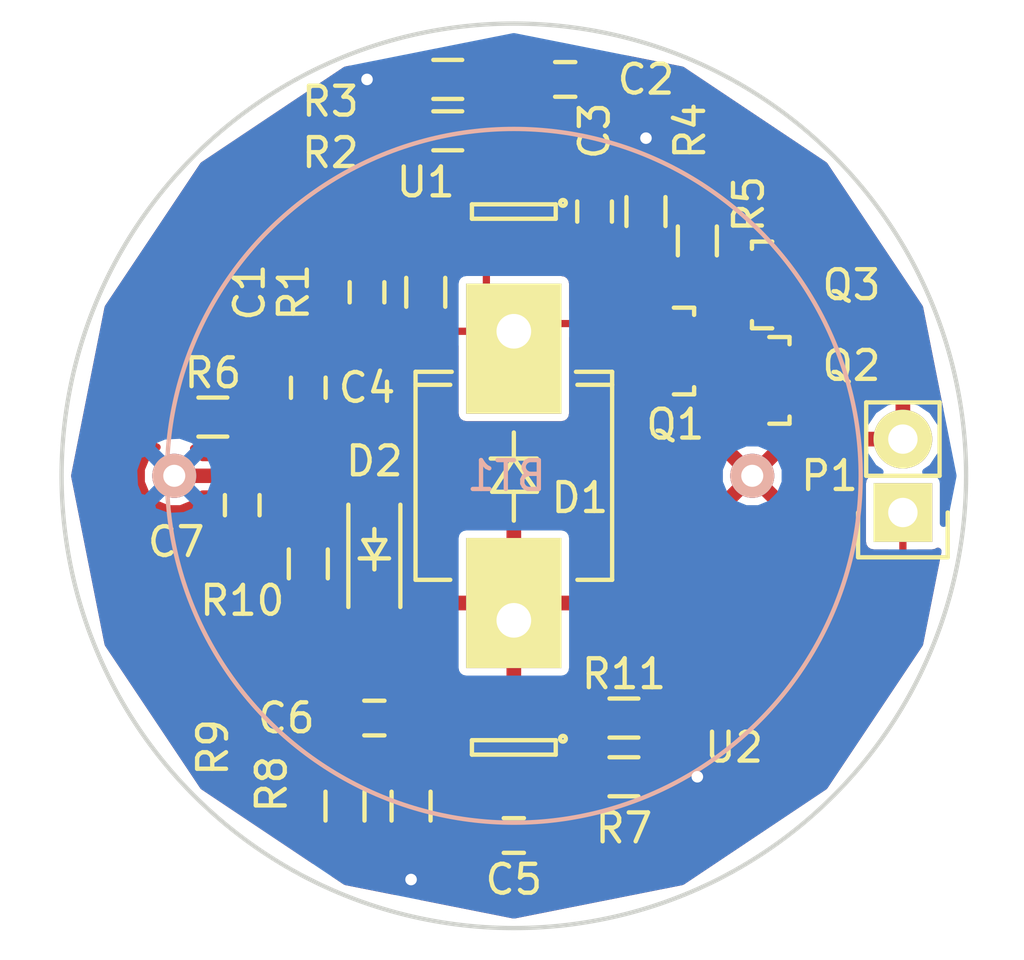
<source format=kicad_pcb>
(kicad_pcb (version 4) (host pcbnew 4.0.2-stable)

  (general
    (links 48)
    (no_connects 0)
    (area 124.46 82.827 160.048429 116.332001)
    (thickness 1.6)
    (drawings 1)
    (tracks 78)
    (zones 0)
    (modules 27)
    (nets 16)
  )

  (page A4)
  (title_block
    (title IRis)
    (date 05/21/2016)
    (rev 1.4)
  )

  (layers
    (0 F.Cu signal)
    (31 B.Cu signal)
    (32 B.Adhes user)
    (33 F.Adhes user)
    (34 B.Paste user)
    (35 F.Paste user)
    (36 B.SilkS user)
    (37 F.SilkS user)
    (38 B.Mask user)
    (39 F.Mask user)
    (40 Dwgs.User user)
    (41 Cmts.User user)
    (42 Eco1.User user)
    (43 Eco2.User user)
    (44 Edge.Cuts user)
    (45 Margin user)
    (46 B.CrtYd user)
    (47 F.CrtYd user)
    (48 B.Fab user)
    (49 F.Fab user)
  )

  (setup
    (last_trace_width 0.25)
    (user_trace_width 0.5)
    (trace_clearance 0.2)
    (zone_clearance 0.254)
    (zone_45_only no)
    (trace_min 0.2)
    (segment_width 0.2)
    (edge_width 0.15)
    (via_size 0.6)
    (via_drill 0.4)
    (via_min_size 0.4)
    (via_min_drill 0.3)
    (uvia_size 0.3)
    (uvia_drill 0.1)
    (uvias_allowed no)
    (uvia_min_size 0.2)
    (uvia_min_drill 0.1)
    (pcb_text_width 0.3)
    (pcb_text_size 1.5 1.5)
    (mod_edge_width 0.15)
    (mod_text_size 1 1)
    (mod_text_width 0.15)
    (pad_size 1.524 1.524)
    (pad_drill 0.762)
    (pad_to_mask_clearance 0.2)
    (aux_axis_origin 0 0)
    (visible_elements FFFEFF7F)
    (pcbplotparams
      (layerselection 0x010f0_80000001)
      (usegerberextensions false)
      (excludeedgelayer true)
      (linewidth 0.100000)
      (plotframeref false)
      (viasonmask false)
      (mode 1)
      (useauxorigin false)
      (hpglpennumber 1)
      (hpglpenspeed 20)
      (hpglpendiameter 15)
      (hpglpenoverlay 2)
      (psnegative false)
      (psa4output false)
      (plotreference true)
      (plotvalue false)
      (plotinvisibletext false)
      (padsonsilk false)
      (subtractmaskfromsilk false)
      (outputformat 1)
      (mirror false)
      (drillshape 0)
      (scaleselection 1)
      (outputdirectory Gerber/))
  )

  (net 0 "")
  (net 1 "Net-(C1-Pad1)")
  (net 2 "Net-(C1-Pad2)")
  (net 3 "Net-(C2-Pad1)")
  (net 4 GND)
  (net 5 "Net-(C3-Pad2)")
  (net 6 "Net-(C4-Pad1)")
  (net 7 "Net-(C5-Pad2)")
  (net 8 "Net-(C6-Pad1)")
  (net 9 +5V)
  (net 10 "Net-(Q1-Pad3)")
  (net 11 "Net-(P1-Pad1)")
  (net 12 "Net-(Q2-Pad3)")
  (net 13 "Net-(Q3-Pad3)")
  (net 14 "Net-(D2-Pad1)")
  (net 15 "Net-(R11-Pad1)")

  (net_class Default "This is the default net class."
    (clearance 0.2)
    (trace_width 0.25)
    (via_dia 0.6)
    (via_drill 0.4)
    (uvia_dia 0.3)
    (uvia_drill 0.1)
    (add_net +5V)
    (add_net GND)
    (add_net "Net-(C1-Pad1)")
    (add_net "Net-(C1-Pad2)")
    (add_net "Net-(C2-Pad1)")
    (add_net "Net-(C3-Pad2)")
    (add_net "Net-(C4-Pad1)")
    (add_net "Net-(C5-Pad2)")
    (add_net "Net-(C6-Pad1)")
    (add_net "Net-(D2-Pad1)")
    (add_net "Net-(P1-Pad1)")
    (add_net "Net-(Q1-Pad3)")
    (add_net "Net-(Q2-Pad3)")
    (add_net "Net-(Q3-Pad3)")
    (add_net "Net-(R11-Pad1)")
  )

  (module Capacitors_SMD:C_0603_HandSoldering (layer F.Cu) (tedit 57166EB9) (tstamp 5710DD30)
    (at 137.16 93.218 270)
    (descr "Capacitor SMD 0603, hand soldering")
    (tags "capacitor 0603")
    (path /5702C80E)
    (attr smd)
    (fp_text reference C1 (at 0 4.064 270) (layer F.SilkS)
      (effects (font (size 1 1) (thickness 0.15)))
    )
    (fp_text value 2.2pF (at 0 1.9 270) (layer F.Fab)
      (effects (font (size 1 1) (thickness 0.15)))
    )
    (fp_line (start -1.85 -0.75) (end 1.85 -0.75) (layer F.CrtYd) (width 0.05))
    (fp_line (start -1.85 0.75) (end 1.85 0.75) (layer F.CrtYd) (width 0.05))
    (fp_line (start -1.85 -0.75) (end -1.85 0.75) (layer F.CrtYd) (width 0.05))
    (fp_line (start 1.85 -0.75) (end 1.85 0.75) (layer F.CrtYd) (width 0.05))
    (fp_line (start -0.35 -0.6) (end 0.35 -0.6) (layer F.SilkS) (width 0.15))
    (fp_line (start 0.35 0.6) (end -0.35 0.6) (layer F.SilkS) (width 0.15))
    (pad 1 smd rect (at -0.95 0 270) (size 1.2 0.75) (layers F.Cu F.Paste F.Mask)
      (net 1 "Net-(C1-Pad1)"))
    (pad 2 smd rect (at 0.95 0 270) (size 1.2 0.75) (layers F.Cu F.Paste F.Mask)
      (net 2 "Net-(C1-Pad2)"))
    (model Capacitors_SMD.3dshapes/C_0603_HandSoldering.wrl
      (at (xyz 0 0 0))
      (scale (xyz 1 1 1))
      (rotate (xyz 0 0 0))
    )
  )

  (module Capacitors_SMD:C_0603_HandSoldering (layer F.Cu) (tedit 571675E3) (tstamp 5710DD3C)
    (at 144.018 85.852)
    (descr "Capacitor SMD 0603, hand soldering")
    (tags "capacitor 0603")
    (path /5702C73B)
    (attr smd)
    (fp_text reference C2 (at 2.794 0 180) (layer F.SilkS)
      (effects (font (size 1 1) (thickness 0.15)))
    )
    (fp_text value 0.1uF (at 0 1.9) (layer F.Fab)
      (effects (font (size 1 1) (thickness 0.15)))
    )
    (fp_line (start -1.85 -0.75) (end 1.85 -0.75) (layer F.CrtYd) (width 0.05))
    (fp_line (start -1.85 0.75) (end 1.85 0.75) (layer F.CrtYd) (width 0.05))
    (fp_line (start -1.85 -0.75) (end -1.85 0.75) (layer F.CrtYd) (width 0.05))
    (fp_line (start 1.85 -0.75) (end 1.85 0.75) (layer F.CrtYd) (width 0.05))
    (fp_line (start -0.35 -0.6) (end 0.35 -0.6) (layer F.SilkS) (width 0.15))
    (fp_line (start 0.35 0.6) (end -0.35 0.6) (layer F.SilkS) (width 0.15))
    (pad 1 smd rect (at -0.95 0) (size 1.2 0.75) (layers F.Cu F.Paste F.Mask)
      (net 3 "Net-(C2-Pad1)"))
    (pad 2 smd rect (at 0.95 0) (size 1.2 0.75) (layers F.Cu F.Paste F.Mask)
      (net 4 GND))
    (model Capacitors_SMD.3dshapes/C_0603_HandSoldering.wrl
      (at (xyz 0 0 0))
      (scale (xyz 1 1 1))
      (rotate (xyz 0 0 0))
    )
  )

  (module Capacitors_SMD:C_0603_HandSoldering (layer F.Cu) (tedit 571675E8) (tstamp 5710DD48)
    (at 145.034 90.424 270)
    (descr "Capacitor SMD 0603, hand soldering")
    (tags "capacitor 0603")
    (path /5702CB7B)
    (attr smd)
    (fp_text reference C3 (at -2.794 0 450) (layer F.SilkS)
      (effects (font (size 1 1) (thickness 0.15)))
    )
    (fp_text value 0.1uF (at 0 1.9 270) (layer F.Fab)
      (effects (font (size 1 1) (thickness 0.15)))
    )
    (fp_line (start -1.85 -0.75) (end 1.85 -0.75) (layer F.CrtYd) (width 0.05))
    (fp_line (start -1.85 0.75) (end 1.85 0.75) (layer F.CrtYd) (width 0.05))
    (fp_line (start -1.85 -0.75) (end -1.85 0.75) (layer F.CrtYd) (width 0.05))
    (fp_line (start 1.85 -0.75) (end 1.85 0.75) (layer F.CrtYd) (width 0.05))
    (fp_line (start -0.35 -0.6) (end 0.35 -0.6) (layer F.SilkS) (width 0.15))
    (fp_line (start 0.35 0.6) (end -0.35 0.6) (layer F.SilkS) (width 0.15))
    (pad 1 smd rect (at -0.95 0 270) (size 1.2 0.75) (layers F.Cu F.Paste F.Mask)
      (net 4 GND))
    (pad 2 smd rect (at 0.95 0 270) (size 1.2 0.75) (layers F.Cu F.Paste F.Mask)
      (net 5 "Net-(C3-Pad2)"))
    (model Capacitors_SMD.3dshapes/C_0603_HandSoldering.wrl
      (at (xyz 0 0 0))
      (scale (xyz 1 1 1))
      (rotate (xyz 0 0 0))
    )
  )

  (module Capacitors_SMD:C_0603_HandSoldering (layer F.Cu) (tedit 572A1FC6) (tstamp 5710DD54)
    (at 135.128 96.52 90)
    (descr "Capacitor SMD 0603, hand soldering")
    (tags "capacitor 0603")
    (path /571038BD)
    (attr smd)
    (fp_text reference C4 (at 0 2.032 180) (layer F.SilkS)
      (effects (font (size 1 1) (thickness 0.15)))
    )
    (fp_text value 0.1uF (at 0 1.9 90) (layer F.Fab)
      (effects (font (size 1 1) (thickness 0.15)))
    )
    (fp_line (start -1.85 -0.75) (end 1.85 -0.75) (layer F.CrtYd) (width 0.05))
    (fp_line (start -1.85 0.75) (end 1.85 0.75) (layer F.CrtYd) (width 0.05))
    (fp_line (start -1.85 -0.75) (end -1.85 0.75) (layer F.CrtYd) (width 0.05))
    (fp_line (start 1.85 -0.75) (end 1.85 0.75) (layer F.CrtYd) (width 0.05))
    (fp_line (start -0.35 -0.6) (end 0.35 -0.6) (layer F.SilkS) (width 0.15))
    (fp_line (start 0.35 0.6) (end -0.35 0.6) (layer F.SilkS) (width 0.15))
    (pad 1 smd rect (at -0.95 0 90) (size 1.2 0.75) (layers F.Cu F.Paste F.Mask)
      (net 6 "Net-(C4-Pad1)"))
    (pad 2 smd rect (at 0.95 0 90) (size 1.2 0.75) (layers F.Cu F.Paste F.Mask)
      (net 1 "Net-(C1-Pad1)"))
    (model Capacitors_SMD.3dshapes/C_0603_HandSoldering.wrl
      (at (xyz 0 0 0))
      (scale (xyz 1 1 1))
      (rotate (xyz 0 0 0))
    )
  )

  (module Capacitors_SMD:C_0603_HandSoldering (layer F.Cu) (tedit 57167B0C) (tstamp 5710DD60)
    (at 142.24 112.014)
    (descr "Capacitor SMD 0603, hand soldering")
    (tags "capacitor 0603")
    (path /5702E61F)
    (attr smd)
    (fp_text reference C5 (at 0 1.524 180) (layer F.SilkS)
      (effects (font (size 1 1) (thickness 0.15)))
    )
    (fp_text value 0.1uF (at 0 1.9) (layer F.Fab)
      (effects (font (size 1 1) (thickness 0.15)))
    )
    (fp_line (start -1.85 -0.75) (end 1.85 -0.75) (layer F.CrtYd) (width 0.05))
    (fp_line (start -1.85 0.75) (end 1.85 0.75) (layer F.CrtYd) (width 0.05))
    (fp_line (start -1.85 -0.75) (end -1.85 0.75) (layer F.CrtYd) (width 0.05))
    (fp_line (start 1.85 -0.75) (end 1.85 0.75) (layer F.CrtYd) (width 0.05))
    (fp_line (start -0.35 -0.6) (end 0.35 -0.6) (layer F.SilkS) (width 0.15))
    (fp_line (start 0.35 0.6) (end -0.35 0.6) (layer F.SilkS) (width 0.15))
    (pad 1 smd rect (at -0.95 0) (size 1.2 0.75) (layers F.Cu F.Paste F.Mask)
      (net 4 GND))
    (pad 2 smd rect (at 0.95 0) (size 1.2 0.75) (layers F.Cu F.Paste F.Mask)
      (net 7 "Net-(C5-Pad2)"))
    (model Capacitors_SMD.3dshapes/C_0603_HandSoldering.wrl
      (at (xyz 0 0 0))
      (scale (xyz 1 1 1))
      (rotate (xyz 0 0 0))
    )
  )

  (module Capacitors_SMD:C_0603_HandSoldering (layer F.Cu) (tedit 5740DBC8) (tstamp 5710DD6C)
    (at 137.414 107.95)
    (descr "Capacitor SMD 0603, hand soldering")
    (tags "capacitor 0603")
    (path /5702CAD4)
    (attr smd)
    (fp_text reference C6 (at -3.048 0) (layer F.SilkS)
      (effects (font (size 1 1) (thickness 0.15)))
    )
    (fp_text value 0.1uF (at 0 1.9) (layer F.Fab)
      (effects (font (size 1 1) (thickness 0.15)))
    )
    (fp_line (start -1.85 -0.75) (end 1.85 -0.75) (layer F.CrtYd) (width 0.05))
    (fp_line (start -1.85 0.75) (end 1.85 0.75) (layer F.CrtYd) (width 0.05))
    (fp_line (start -1.85 -0.75) (end -1.85 0.75) (layer F.CrtYd) (width 0.05))
    (fp_line (start 1.85 -0.75) (end 1.85 0.75) (layer F.CrtYd) (width 0.05))
    (fp_line (start -0.35 -0.6) (end 0.35 -0.6) (layer F.SilkS) (width 0.15))
    (fp_line (start 0.35 0.6) (end -0.35 0.6) (layer F.SilkS) (width 0.15))
    (pad 1 smd rect (at -0.95 0) (size 1.2 0.75) (layers F.Cu F.Paste F.Mask)
      (net 8 "Net-(C6-Pad1)"))
    (pad 2 smd rect (at 0.95 0) (size 1.2 0.75) (layers F.Cu F.Paste F.Mask)
      (net 4 GND))
    (model Capacitors_SMD.3dshapes/C_0603_HandSoldering.wrl
      (at (xyz 0 0 0))
      (scale (xyz 1 1 1))
      (rotate (xyz 0 0 0))
    )
  )

  (module Capacitors_SMD:C_0603_HandSoldering (layer F.Cu) (tedit 5711C2DF) (tstamp 5710DD78)
    (at 132.842 100.584 270)
    (descr "Capacitor SMD 0603, hand soldering")
    (tags "capacitor 0603")
    (path /5702FF22)
    (attr smd)
    (fp_text reference C7 (at 1.27 2.286 360) (layer F.SilkS)
      (effects (font (size 1 1) (thickness 0.15)))
    )
    (fp_text value 10uF (at 0 1.9 270) (layer F.Fab)
      (effects (font (size 1 1) (thickness 0.15)))
    )
    (fp_line (start -1.85 -0.75) (end 1.85 -0.75) (layer F.CrtYd) (width 0.05))
    (fp_line (start -1.85 0.75) (end 1.85 0.75) (layer F.CrtYd) (width 0.05))
    (fp_line (start -1.85 -0.75) (end -1.85 0.75) (layer F.CrtYd) (width 0.05))
    (fp_line (start 1.85 -0.75) (end 1.85 0.75) (layer F.CrtYd) (width 0.05))
    (fp_line (start -0.35 -0.6) (end 0.35 -0.6) (layer F.SilkS) (width 0.15))
    (fp_line (start 0.35 0.6) (end -0.35 0.6) (layer F.SilkS) (width 0.15))
    (pad 1 smd rect (at -0.95 0 270) (size 1.2 0.75) (layers F.Cu F.Paste F.Mask)
      (net 9 +5V))
    (pad 2 smd rect (at 0.95 0 270) (size 1.2 0.75) (layers F.Cu F.Paste F.Mask)
      (net 4 GND))
    (model Capacitors_SMD.3dshapes/C_0603_HandSoldering.wrl
      (at (xyz 0 0 0))
      (scale (xyz 1 1 1))
      (rotate (xyz 0 0 0))
    )
  )

  (module Diodes_SMD:SMC-RM10_Universal_Handsoldering (layer F.Cu) (tedit 57110E26) (tstamp 5710DD8F)
    (at 142.24 99.568 270)
    (descr "Diode, Universal, SMC, RM10, Handsoldering, SMD, Thruhole,")
    (tags "Diode Universal SMC RM10 Handsoldering SMD Thruhole ")
    (path /5702BB6B)
    (fp_text reference D1 (at 0.762 -2.286 360) (layer F.SilkS)
      (effects (font (size 1 1) (thickness 0.15)))
    )
    (fp_text value VBPW34FASR (at 0 5.08 270) (layer F.Fab)
      (effects (font (size 1 1) (thickness 0.15)))
    )
    (fp_circle (center 0.05 0) (end -0.7501 -0.09906) (layer F.Adhes) (width 0.381))
    (fp_circle (center 0.05 0) (end -0.45038 0) (layer F.Adhes) (width 0.381))
    (fp_circle (center 0.05 0) (end -0.09986 0) (layer F.Adhes) (width 0.381))
    (fp_line (start -0.5977 0) (end -1.4994 0) (layer F.SilkS) (width 0.15))
    (fp_line (start 0.55292 0) (end 1.55114 0) (layer F.SilkS) (width 0.15))
    (fp_line (start -3.14946 3.40106) (end -3.14946 2.19964) (layer F.SilkS) (width 0.15))
    (fp_line (start -3.14946 -3.40106) (end -3.14946 -2.19964) (layer F.SilkS) (width 0.15))
    (fp_line (start 3.59918 3.40106) (end 3.59918 2.19964) (layer F.SilkS) (width 0.15))
    (fp_line (start 3.59918 -3.40106) (end 3.59918 -2.19964) (layer F.SilkS) (width 0.15))
    (fp_line (start -3.59918 3.40106) (end -3.59918 2.14884) (layer F.SilkS) (width 0.15))
    (fp_line (start -3.59918 -3.40106) (end -3.59918 -2.14884) (layer F.SilkS) (width 0.15))
    (fp_line (start -0.5977 -0.8001) (end -0.5977 0.8001) (layer F.SilkS) (width 0.15))
    (fp_line (start 0.55292 0.7493) (end 0.55292 -0.8001) (layer F.SilkS) (width 0.15))
    (fp_line (start -0.5977 0) (end 0.55292 0.7493) (layer F.SilkS) (width 0.15))
    (fp_line (start -0.5977 0) (end 0.55292 -0.8001) (layer F.SilkS) (width 0.15))
    (fp_line (start -3.59918 3.40106) (end 3.59918 3.40106) (layer F.SilkS) (width 0.15))
    (fp_line (start -3.59918 -3.40106) (end 3.59918 -3.40106) (layer F.SilkS) (width 0.15))
    (pad 1 thru_hole rect (at -5.00126 0 270) (size 4.50088 3.29946) (drill 1.19888 (offset 0.59944 0)) (layers *.Cu *.Mask F.SilkS)
      (net 2 "Net-(C1-Pad2)"))
    (pad 2 thru_hole rect (at 5.00126 0 90) (size 4.50088 3.29946) (drill 1.19888 (offset 0.59944 0)) (layers *.Cu *.Mask F.SilkS)
      (net 4 GND))
    (model Diodes_SMD.3dshapes/SMC-RM10_Universal_Handsoldering.wrl
      (at (xyz 0 0 0))
      (scale (xyz 0.3937 0.3937 0.3937))
      (rotate (xyz 0 0 180))
    )
  )

  (module TO_SOT_Packages_SMD:SOT-23 (layer F.Cu) (tedit 571679C0) (tstamp 5710DDE5)
    (at 147.828 95.25 270)
    (descr "SOT-23, Standard")
    (tags SOT-23)
    (path /570FEF1C)
    (attr smd)
    (fp_text reference Q1 (at 2.54 0 360) (layer F.SilkS)
      (effects (font (size 1 1) (thickness 0.15)))
    )
    (fp_text value MMBF4117 (at 0 2.3 270) (layer F.Fab)
      (effects (font (size 1 1) (thickness 0.15)))
    )
    (fp_line (start -1.65 -1.6) (end 1.65 -1.6) (layer F.CrtYd) (width 0.05))
    (fp_line (start 1.65 -1.6) (end 1.65 1.6) (layer F.CrtYd) (width 0.05))
    (fp_line (start 1.65 1.6) (end -1.65 1.6) (layer F.CrtYd) (width 0.05))
    (fp_line (start -1.65 1.6) (end -1.65 -1.6) (layer F.CrtYd) (width 0.05))
    (fp_line (start 1.29916 -0.65024) (end 1.2509 -0.65024) (layer F.SilkS) (width 0.15))
    (fp_line (start -1.49982 0.0508) (end -1.49982 -0.65024) (layer F.SilkS) (width 0.15))
    (fp_line (start -1.49982 -0.65024) (end -1.2509 -0.65024) (layer F.SilkS) (width 0.15))
    (fp_line (start 1.29916 -0.65024) (end 1.49982 -0.65024) (layer F.SilkS) (width 0.15))
    (fp_line (start 1.49982 -0.65024) (end 1.49982 0.0508) (layer F.SilkS) (width 0.15))
    (pad 1 smd rect (at -0.95 1.00076 270) (size 0.8001 0.8001) (layers F.Cu F.Paste F.Mask)
      (net 2 "Net-(C1-Pad2)"))
    (pad 2 smd rect (at 0.95 1.00076 270) (size 0.8001 0.8001) (layers F.Cu F.Paste F.Mask)
      (net 2 "Net-(C1-Pad2)"))
    (pad 3 smd rect (at 0 -0.99822 270) (size 0.8001 0.8001) (layers F.Cu F.Paste F.Mask)
      (net 10 "Net-(Q1-Pad3)"))
    (model TO_SOT_Packages_SMD.3dshapes/SOT-23.wrl
      (at (xyz 0 0 0))
      (scale (xyz 1 1 1))
      (rotate (xyz 0 0 0))
    )
  )

  (module Resistors_SMD:R_0603_HandSoldering (layer F.Cu) (tedit 57166EBE) (tstamp 5710DDF1)
    (at 139.192 93.218 270)
    (descr "Resistor SMD 0603, hand soldering")
    (tags "resistor 0603")
    (path /5702C06F)
    (attr smd)
    (fp_text reference R1 (at 0 4.572 270) (layer F.SilkS)
      (effects (font (size 1 1) (thickness 0.15)))
    )
    (fp_text value 10M (at 0 1.9 270) (layer F.Fab)
      (effects (font (size 1 1) (thickness 0.15)))
    )
    (fp_line (start -2 -0.8) (end 2 -0.8) (layer F.CrtYd) (width 0.05))
    (fp_line (start -2 0.8) (end 2 0.8) (layer F.CrtYd) (width 0.05))
    (fp_line (start -2 -0.8) (end -2 0.8) (layer F.CrtYd) (width 0.05))
    (fp_line (start 2 -0.8) (end 2 0.8) (layer F.CrtYd) (width 0.05))
    (fp_line (start 0.5 0.675) (end -0.5 0.675) (layer F.SilkS) (width 0.15))
    (fp_line (start -0.5 -0.675) (end 0.5 -0.675) (layer F.SilkS) (width 0.15))
    (pad 1 smd rect (at -1.1 0 270) (size 1.2 0.9) (layers F.Cu F.Paste F.Mask)
      (net 1 "Net-(C1-Pad1)"))
    (pad 2 smd rect (at 1.1 0 270) (size 1.2 0.9) (layers F.Cu F.Paste F.Mask)
      (net 2 "Net-(C1-Pad2)"))
    (model Resistors_SMD.3dshapes/R_0603_HandSoldering.wrl
      (at (xyz 0 0 0))
      (scale (xyz 1 1 1))
      (rotate (xyz 0 0 0))
    )
  )

  (module Resistors_SMD:R_0603_HandSoldering (layer F.Cu) (tedit 57166EB3) (tstamp 5710DDFD)
    (at 139.954 87.63)
    (descr "Resistor SMD 0603, hand soldering")
    (tags "resistor 0603")
    (path /5702C213)
    (attr smd)
    (fp_text reference R2 (at -4.064 0.762 180) (layer F.SilkS)
      (effects (font (size 1 1) (thickness 0.15)))
    )
    (fp_text value 22k (at 0 1.9) (layer F.Fab)
      (effects (font (size 1 1) (thickness 0.15)))
    )
    (fp_line (start -2 -0.8) (end 2 -0.8) (layer F.CrtYd) (width 0.05))
    (fp_line (start -2 0.8) (end 2 0.8) (layer F.CrtYd) (width 0.05))
    (fp_line (start -2 -0.8) (end -2 0.8) (layer F.CrtYd) (width 0.05))
    (fp_line (start 2 -0.8) (end 2 0.8) (layer F.CrtYd) (width 0.05))
    (fp_line (start 0.5 0.675) (end -0.5 0.675) (layer F.SilkS) (width 0.15))
    (fp_line (start -0.5 -0.675) (end 0.5 -0.675) (layer F.SilkS) (width 0.15))
    (pad 1 smd rect (at -1.1 0) (size 1.2 0.9) (layers F.Cu F.Paste F.Mask)
      (net 4 GND))
    (pad 2 smd rect (at 1.1 0) (size 1.2 0.9) (layers F.Cu F.Paste F.Mask)
      (net 3 "Net-(C2-Pad1)"))
    (model Resistors_SMD.3dshapes/R_0603_HandSoldering.wrl
      (at (xyz 0 0 0))
      (scale (xyz 1 1 1))
      (rotate (xyz 0 0 0))
    )
  )

  (module Resistors_SMD:R_0603_HandSoldering (layer F.Cu) (tedit 57166EA9) (tstamp 5710DE09)
    (at 139.954 85.852 180)
    (descr "Resistor SMD 0603, hand soldering")
    (tags "resistor 0603")
    (path /5702C28B)
    (attr smd)
    (fp_text reference R3 (at 4.064 -0.762 360) (layer F.SilkS)
      (effects (font (size 1 1) (thickness 0.15)))
    )
    (fp_text value 330k (at 0 1.9 180) (layer F.Fab)
      (effects (font (size 1 1) (thickness 0.15)))
    )
    (fp_line (start -2 -0.8) (end 2 -0.8) (layer F.CrtYd) (width 0.05))
    (fp_line (start -2 0.8) (end 2 0.8) (layer F.CrtYd) (width 0.05))
    (fp_line (start -2 -0.8) (end -2 0.8) (layer F.CrtYd) (width 0.05))
    (fp_line (start 2 -0.8) (end 2 0.8) (layer F.CrtYd) (width 0.05))
    (fp_line (start 0.5 0.675) (end -0.5 0.675) (layer F.SilkS) (width 0.15))
    (fp_line (start -0.5 -0.675) (end 0.5 -0.675) (layer F.SilkS) (width 0.15))
    (pad 1 smd rect (at -1.1 0 180) (size 1.2 0.9) (layers F.Cu F.Paste F.Mask)
      (net 3 "Net-(C2-Pad1)"))
    (pad 2 smd rect (at 1.1 0 180) (size 1.2 0.9) (layers F.Cu F.Paste F.Mask)
      (net 9 +5V))
    (model Resistors_SMD.3dshapes/R_0603_HandSoldering.wrl
      (at (xyz 0 0 0))
      (scale (xyz 1 1 1))
      (rotate (xyz 0 0 0))
    )
  )

  (module Resistors_SMD:R_0603_HandSoldering (layer F.Cu) (tedit 57167A80) (tstamp 5710DE15)
    (at 146.812 90.424 90)
    (descr "Resistor SMD 0603, hand soldering")
    (tags "resistor 0603")
    (path /5702C6C4)
    (attr smd)
    (fp_text reference R4 (at 2.794 1.524 270) (layer F.SilkS)
      (effects (font (size 1 1) (thickness 0.15)))
    )
    (fp_text value 10 (at 0 1.9 90) (layer F.Fab)
      (effects (font (size 1 1) (thickness 0.15)))
    )
    (fp_line (start -2 -0.8) (end 2 -0.8) (layer F.CrtYd) (width 0.05))
    (fp_line (start -2 0.8) (end 2 0.8) (layer F.CrtYd) (width 0.05))
    (fp_line (start -2 -0.8) (end -2 0.8) (layer F.CrtYd) (width 0.05))
    (fp_line (start 2 -0.8) (end 2 0.8) (layer F.CrtYd) (width 0.05))
    (fp_line (start 0.5 0.675) (end -0.5 0.675) (layer F.SilkS) (width 0.15))
    (fp_line (start -0.5 -0.675) (end 0.5 -0.675) (layer F.SilkS) (width 0.15))
    (pad 1 smd rect (at -1.1 0 90) (size 1.2 0.9) (layers F.Cu F.Paste F.Mask)
      (net 5 "Net-(C3-Pad2)"))
    (pad 2 smd rect (at 1.1 0 90) (size 1.2 0.9) (layers F.Cu F.Paste F.Mask)
      (net 9 +5V))
    (model Resistors_SMD.3dshapes/R_0603_HandSoldering.wrl
      (at (xyz 0 0 0))
      (scale (xyz 1 1 1))
      (rotate (xyz 0 0 0))
    )
  )

  (module Resistors_SMD:R_0603_HandSoldering (layer F.Cu) (tedit 571679F1) (tstamp 5710DE21)
    (at 148.59 91.44 90)
    (descr "Resistor SMD 0603, hand soldering")
    (tags "resistor 0603")
    (path /570FF62F)
    (attr smd)
    (fp_text reference R5 (at 1.27 1.778 270) (layer F.SilkS)
      (effects (font (size 1 1) (thickness 0.15)))
    )
    (fp_text value 100 (at 0 1.9 90) (layer F.Fab)
      (effects (font (size 1 1) (thickness 0.15)))
    )
    (fp_line (start -2 -0.8) (end 2 -0.8) (layer F.CrtYd) (width 0.05))
    (fp_line (start -2 0.8) (end 2 0.8) (layer F.CrtYd) (width 0.05))
    (fp_line (start -2 -0.8) (end -2 0.8) (layer F.CrtYd) (width 0.05))
    (fp_line (start 2 -0.8) (end 2 0.8) (layer F.CrtYd) (width 0.05))
    (fp_line (start 0.5 0.675) (end -0.5 0.675) (layer F.SilkS) (width 0.15))
    (fp_line (start -0.5 -0.675) (end 0.5 -0.675) (layer F.SilkS) (width 0.15))
    (pad 1 smd rect (at -1.1 0 90) (size 1.2 0.9) (layers F.Cu F.Paste F.Mask)
      (net 13 "Net-(Q3-Pad3)"))
    (pad 2 smd rect (at 1.1 0 90) (size 1.2 0.9) (layers F.Cu F.Paste F.Mask)
      (net 1 "Net-(C1-Pad1)"))
    (model Resistors_SMD.3dshapes/R_0603_HandSoldering.wrl
      (at (xyz 0 0 0))
      (scale (xyz 1 1 1))
      (rotate (xyz 0 0 0))
    )
  )

  (module Resistors_SMD:R_0603_HandSoldering (layer F.Cu) (tedit 5740DC0D) (tstamp 5710DE2D)
    (at 131.826 97.536)
    (descr "Resistor SMD 0603, hand soldering")
    (tags "resistor 0603")
    (path /571040B6)
    (attr smd)
    (fp_text reference R6 (at 0 -1.524) (layer F.SilkS)
      (effects (font (size 1 1) (thickness 0.15)))
    )
    (fp_text value 5.1k (at 0 1.9) (layer F.Fab)
      (effects (font (size 1 1) (thickness 0.15)))
    )
    (fp_line (start -2 -0.8) (end 2 -0.8) (layer F.CrtYd) (width 0.05))
    (fp_line (start -2 0.8) (end 2 0.8) (layer F.CrtYd) (width 0.05))
    (fp_line (start -2 -0.8) (end -2 0.8) (layer F.CrtYd) (width 0.05))
    (fp_line (start 2 -0.8) (end 2 0.8) (layer F.CrtYd) (width 0.05))
    (fp_line (start 0.5 0.675) (end -0.5 0.675) (layer F.SilkS) (width 0.15))
    (fp_line (start -0.5 -0.675) (end 0.5 -0.675) (layer F.SilkS) (width 0.15))
    (pad 1 smd rect (at -1.1 0) (size 1.2 0.9) (layers F.Cu F.Paste F.Mask)
      (net 4 GND))
    (pad 2 smd rect (at 1.1 0) (size 1.2 0.9) (layers F.Cu F.Paste F.Mask)
      (net 6 "Net-(C4-Pad1)"))
    (model Resistors_SMD.3dshapes/R_0603_HandSoldering.wrl
      (at (xyz 0 0 0))
      (scale (xyz 1 1 1))
      (rotate (xyz 0 0 0))
    )
  )

  (module Resistors_SMD:R_0603_HandSoldering (layer F.Cu) (tedit 572B647F) (tstamp 5710DE39)
    (at 146.05 109.982)
    (descr "Resistor SMD 0603, hand soldering")
    (tags "resistor 0603")
    (path /57104999)
    (attr smd)
    (fp_text reference R7 (at 0 1.778 180) (layer F.SilkS)
      (effects (font (size 1 1) (thickness 0.15)))
    )
    (fp_text value 10 (at 0 1.9) (layer F.Fab)
      (effects (font (size 1 1) (thickness 0.15)))
    )
    (fp_line (start -2 -0.8) (end 2 -0.8) (layer F.CrtYd) (width 0.05))
    (fp_line (start -2 0.8) (end 2 0.8) (layer F.CrtYd) (width 0.05))
    (fp_line (start -2 -0.8) (end -2 0.8) (layer F.CrtYd) (width 0.05))
    (fp_line (start 2 -0.8) (end 2 0.8) (layer F.CrtYd) (width 0.05))
    (fp_line (start 0.5 0.675) (end -0.5 0.675) (layer F.SilkS) (width 0.15))
    (fp_line (start -0.5 -0.675) (end 0.5 -0.675) (layer F.SilkS) (width 0.15))
    (pad 1 smd rect (at -1.1 0) (size 1.2 0.9) (layers F.Cu F.Paste F.Mask)
      (net 7 "Net-(C5-Pad2)"))
    (pad 2 smd rect (at 1.1 0) (size 1.2 0.9) (layers F.Cu F.Paste F.Mask)
      (net 9 +5V))
    (model Resistors_SMD.3dshapes/R_0603_HandSoldering.wrl
      (at (xyz 0 0 0))
      (scale (xyz 1 1 1))
      (rotate (xyz 0 0 0))
    )
  )

  (module Resistors_SMD:R_0603_HandSoldering (layer F.Cu) (tedit 5710FFE6) (tstamp 5710DE45)
    (at 138.684 110.998 90)
    (descr "Resistor SMD 0603, hand soldering")
    (tags "resistor 0603")
    (path /5702C2EF)
    (attr smd)
    (fp_text reference R8 (at 0.762 -4.826 90) (layer F.SilkS)
      (effects (font (size 1 1) (thickness 0.15)))
    )
    (fp_text value 680k (at 0 1.9 90) (layer F.Fab)
      (effects (font (size 1 1) (thickness 0.15)))
    )
    (fp_line (start -2 -0.8) (end 2 -0.8) (layer F.CrtYd) (width 0.05))
    (fp_line (start -2 0.8) (end 2 0.8) (layer F.CrtYd) (width 0.05))
    (fp_line (start -2 -0.8) (end -2 0.8) (layer F.CrtYd) (width 0.05))
    (fp_line (start 2 -0.8) (end 2 0.8) (layer F.CrtYd) (width 0.05))
    (fp_line (start 0.5 0.675) (end -0.5 0.675) (layer F.SilkS) (width 0.15))
    (fp_line (start -0.5 -0.675) (end 0.5 -0.675) (layer F.SilkS) (width 0.15))
    (pad 1 smd rect (at -1.1 0 90) (size 1.2 0.9) (layers F.Cu F.Paste F.Mask)
      (net 9 +5V))
    (pad 2 smd rect (at 1.1 0 90) (size 1.2 0.9) (layers F.Cu F.Paste F.Mask)
      (net 8 "Net-(C6-Pad1)"))
    (model Resistors_SMD.3dshapes/R_0603_HandSoldering.wrl
      (at (xyz 0 0 0))
      (scale (xyz 1 1 1))
      (rotate (xyz 0 0 0))
    )
  )

  (module Resistors_SMD:R_0603_HandSoldering (layer F.Cu) (tedit 5710FFE0) (tstamp 5710DE51)
    (at 136.398 110.998 90)
    (descr "Resistor SMD 0603, hand soldering")
    (tags "resistor 0603")
    (path /5702C395)
    (attr smd)
    (fp_text reference R9 (at 2.032 -4.572 270) (layer F.SilkS)
      (effects (font (size 1 1) (thickness 0.15)))
    )
    (fp_text value 10k (at 0 1.9 90) (layer F.Fab)
      (effects (font (size 1 1) (thickness 0.15)))
    )
    (fp_line (start -2 -0.8) (end 2 -0.8) (layer F.CrtYd) (width 0.05))
    (fp_line (start -2 0.8) (end 2 0.8) (layer F.CrtYd) (width 0.05))
    (fp_line (start -2 -0.8) (end -2 0.8) (layer F.CrtYd) (width 0.05))
    (fp_line (start 2 -0.8) (end 2 0.8) (layer F.CrtYd) (width 0.05))
    (fp_line (start 0.5 0.675) (end -0.5 0.675) (layer F.SilkS) (width 0.15))
    (fp_line (start -0.5 -0.675) (end 0.5 -0.675) (layer F.SilkS) (width 0.15))
    (pad 1 smd rect (at -1.1 0 90) (size 1.2 0.9) (layers F.Cu F.Paste F.Mask)
      (net 4 GND))
    (pad 2 smd rect (at 1.1 0 90) (size 1.2 0.9) (layers F.Cu F.Paste F.Mask)
      (net 8 "Net-(C6-Pad1)"))
    (model Resistors_SMD.3dshapes/R_0603_HandSoldering.wrl
      (at (xyz 0 0 0))
      (scale (xyz 1 1 1))
      (rotate (xyz 0 0 0))
    )
  )

  (module Resistors_SMD:R_0603_HandSoldering (layer F.Cu) (tedit 5740DC34) (tstamp 5710DE5D)
    (at 135.128 102.616 270)
    (descr "Resistor SMD 0603, hand soldering")
    (tags "resistor 0603")
    (path /5740E09B)
    (attr smd)
    (fp_text reference R10 (at 1.27 2.286 360) (layer F.SilkS)
      (effects (font (size 1 1) (thickness 0.15)))
    )
    (fp_text value 5.1k (at 0 1.9 270) (layer F.Fab)
      (effects (font (size 1 1) (thickness 0.15)))
    )
    (fp_line (start -2 -0.8) (end 2 -0.8) (layer F.CrtYd) (width 0.05))
    (fp_line (start -2 0.8) (end 2 0.8) (layer F.CrtYd) (width 0.05))
    (fp_line (start -2 -0.8) (end -2 0.8) (layer F.CrtYd) (width 0.05))
    (fp_line (start 2 -0.8) (end 2 0.8) (layer F.CrtYd) (width 0.05))
    (fp_line (start 0.5 0.675) (end -0.5 0.675) (layer F.SilkS) (width 0.15))
    (fp_line (start -0.5 -0.675) (end 0.5 -0.675) (layer F.SilkS) (width 0.15))
    (pad 1 smd rect (at -1.1 0 270) (size 1.2 0.9) (layers F.Cu F.Paste F.Mask)
      (net 6 "Net-(C4-Pad1)"))
    (pad 2 smd rect (at 1.1 0 270) (size 1.2 0.9) (layers F.Cu F.Paste F.Mask)
      (net 14 "Net-(D2-Pad1)"))
    (model Resistors_SMD.3dshapes/R_0603_HandSoldering.wrl
      (at (xyz 0 0 0))
      (scale (xyz 1 1 1))
      (rotate (xyz 0 0 0))
    )
  )

  (module TO_SOT_Packages_SMD:SOT-23-5 (layer F.Cu) (tedit 57166C77) (tstamp 5710DE6F)
    (at 142.24 90.424 270)
    (descr "5-pin SOT23 package")
    (tags SOT-23-5)
    (path /5702B9AC)
    (attr smd)
    (fp_text reference U1 (at -1.016 3.048 360) (layer F.SilkS)
      (effects (font (size 1 1) (thickness 0.15)))
    )
    (fp_text value TSV911ILT (at -0.05 2.35 270) (layer F.Fab)
      (effects (font (size 1 1) (thickness 0.15)))
    )
    (fp_line (start -1.8 -1.6) (end 1.8 -1.6) (layer F.CrtYd) (width 0.05))
    (fp_line (start 1.8 -1.6) (end 1.8 1.6) (layer F.CrtYd) (width 0.05))
    (fp_line (start 1.8 1.6) (end -1.8 1.6) (layer F.CrtYd) (width 0.05))
    (fp_line (start -1.8 1.6) (end -1.8 -1.6) (layer F.CrtYd) (width 0.05))
    (fp_circle (center -0.3 -1.7) (end -0.2 -1.7) (layer F.SilkS) (width 0.15))
    (fp_line (start 0.25 -1.45) (end -0.25 -1.45) (layer F.SilkS) (width 0.15))
    (fp_line (start 0.25 1.45) (end 0.25 -1.45) (layer F.SilkS) (width 0.15))
    (fp_line (start -0.25 1.45) (end 0.25 1.45) (layer F.SilkS) (width 0.15))
    (fp_line (start -0.25 -1.45) (end -0.25 1.45) (layer F.SilkS) (width 0.15))
    (pad 1 smd rect (at -1.1 -0.95 270) (size 1.06 0.65) (layers F.Cu F.Paste F.Mask)
      (net 1 "Net-(C1-Pad1)"))
    (pad 2 smd rect (at -1.1 0 270) (size 1.06 0.65) (layers F.Cu F.Paste F.Mask)
      (net 4 GND))
    (pad 3 smd rect (at -1.1 0.95 270) (size 1.06 0.65) (layers F.Cu F.Paste F.Mask)
      (net 3 "Net-(C2-Pad1)"))
    (pad 4 smd rect (at 1.1 0.95 270) (size 1.06 0.65) (layers F.Cu F.Paste F.Mask)
      (net 2 "Net-(C1-Pad2)"))
    (pad 5 smd rect (at 1.1 -0.95 270) (size 1.06 0.65) (layers F.Cu F.Paste F.Mask)
      (net 5 "Net-(C3-Pad2)"))
    (model TO_SOT_Packages_SMD.3dshapes/SOT-23-5.wrl
      (at (xyz 0 0 0))
      (scale (xyz 1 1 1))
      (rotate (xyz 0 0 0))
    )
  )

  (module TO_SOT_Packages_SMD:SOT-23-5 (layer F.Cu) (tedit 5740DCE2) (tstamp 5710DE81)
    (at 142.24 108.966 270)
    (descr "5-pin SOT23 package")
    (tags SOT-23-5)
    (path /5702BA7B)
    (attr smd)
    (fp_text reference U2 (at 0 -7.62 360) (layer F.SilkS)
      (effects (font (size 1 1) (thickness 0.15)))
    )
    (fp_text value TLV3201 (at -0.05 2.35 270) (layer F.Fab)
      (effects (font (size 1 1) (thickness 0.15)))
    )
    (fp_line (start -1.8 -1.6) (end 1.8 -1.6) (layer F.CrtYd) (width 0.05))
    (fp_line (start 1.8 -1.6) (end 1.8 1.6) (layer F.CrtYd) (width 0.05))
    (fp_line (start 1.8 1.6) (end -1.8 1.6) (layer F.CrtYd) (width 0.05))
    (fp_line (start -1.8 1.6) (end -1.8 -1.6) (layer F.CrtYd) (width 0.05))
    (fp_circle (center -0.3 -1.7) (end -0.2 -1.7) (layer F.SilkS) (width 0.15))
    (fp_line (start 0.25 -1.45) (end -0.25 -1.45) (layer F.SilkS) (width 0.15))
    (fp_line (start 0.25 1.45) (end 0.25 -1.45) (layer F.SilkS) (width 0.15))
    (fp_line (start -0.25 1.45) (end 0.25 1.45) (layer F.SilkS) (width 0.15))
    (fp_line (start -0.25 -1.45) (end -0.25 1.45) (layer F.SilkS) (width 0.15))
    (pad 1 smd rect (at -1.1 -0.95 270) (size 1.06 0.65) (layers F.Cu F.Paste F.Mask)
      (net 15 "Net-(R11-Pad1)"))
    (pad 2 smd rect (at -1.1 0 270) (size 1.06 0.65) (layers F.Cu F.Paste F.Mask)
      (net 4 GND))
    (pad 3 smd rect (at -1.1 0.95 270) (size 1.06 0.65) (layers F.Cu F.Paste F.Mask)
      (net 14 "Net-(D2-Pad1)"))
    (pad 4 smd rect (at 1.1 0.95 270) (size 1.06 0.65) (layers F.Cu F.Paste F.Mask)
      (net 8 "Net-(C6-Pad1)"))
    (pad 5 smd rect (at 1.1 -0.95 270) (size 1.06 0.65) (layers F.Cu F.Paste F.Mask)
      (net 7 "Net-(C5-Pad2)"))
    (model TO_SOT_Packages_SMD.3dshapes/SOT-23-5.wrl
      (at (xyz 0 0 0))
      (scale (xyz 1 1 1))
      (rotate (xyz 0 0 0))
    )
  )

  (module "CR2032:MPD BH32T-C" (layer B.Cu) (tedit 572B9690) (tstamp 5711BDA4)
    (at 142.24 99.568 90)
    (path /5711A512)
    (fp_text reference BT1 (at 0 -0.254 180) (layer B.SilkS)
      (effects (font (size 1 1) (thickness 0.15)) (justify mirror))
    )
    (fp_text value 3v (at 0 0.5 90) (layer B.Fab)
      (effects (font (size 1 1) (thickness 0.15)) (justify mirror))
    )
    (fp_circle (center 0 0) (end 12 0.25) (layer B.SilkS) (width 0.15))
    (pad 2 thru_hole circle (at 0 8.25 90) (size 1.524 1.524) (drill 0.762) (layers *.Cu *.Mask B.SilkS)
      (net 4 GND))
    (pad 1 thru_hole circle (at 0 -11.75 90) (size 1.524 1.524) (drill 0.762) (layers *.Cu *.Mask B.SilkS)
      (net 9 +5V))
  )

  (module Pin_Headers:Pin_Header_Straight_1x02 (layer F.Cu) (tedit 572B6581) (tstamp 5711C234)
    (at 155.702 100.838 180)
    (descr "Through hole pin header")
    (tags "pin header")
    (path /5702F347)
    (fp_text reference P1 (at 2.54 1.27 360) (layer F.SilkS)
      (effects (font (size 1 1) (thickness 0.15)))
    )
    (fp_text value "Digital Out" (at 0 -3.1 180) (layer F.Fab)
      (effects (font (size 1 1) (thickness 0.15)))
    )
    (fp_line (start 1.27 1.27) (end 1.27 3.81) (layer F.SilkS) (width 0.15))
    (fp_line (start 1.55 -1.55) (end 1.55 0) (layer F.SilkS) (width 0.15))
    (fp_line (start -1.75 -1.75) (end -1.75 4.3) (layer F.CrtYd) (width 0.05))
    (fp_line (start 1.75 -1.75) (end 1.75 4.3) (layer F.CrtYd) (width 0.05))
    (fp_line (start -1.75 -1.75) (end 1.75 -1.75) (layer F.CrtYd) (width 0.05))
    (fp_line (start -1.75 4.3) (end 1.75 4.3) (layer F.CrtYd) (width 0.05))
    (fp_line (start 1.27 1.27) (end -1.27 1.27) (layer F.SilkS) (width 0.15))
    (fp_line (start -1.55 0) (end -1.55 -1.55) (layer F.SilkS) (width 0.15))
    (fp_line (start -1.55 -1.55) (end 1.55 -1.55) (layer F.SilkS) (width 0.15))
    (fp_line (start -1.27 1.27) (end -1.27 3.81) (layer F.SilkS) (width 0.15))
    (fp_line (start -1.27 3.81) (end 1.27 3.81) (layer F.SilkS) (width 0.15))
    (pad 1 thru_hole rect (at 0 0 180) (size 2.032 2.032) (drill 1.016) (layers *.Cu *.Mask F.SilkS)
      (net 11 "Net-(P1-Pad1)"))
    (pad 2 thru_hole oval (at 0 2.54 180) (size 2.032 2.032) (drill 1.016) (layers *.Cu *.Mask F.SilkS)
      (net 4 GND))
    (model Pin_Headers.3dshapes/Pin_Header_Straight_1x02.wrl
      (at (xyz 0 -0.05 0))
      (scale (xyz 1 1 1))
      (rotate (xyz 0 0 90))
    )
  )

  (module TO_SOT_Packages_SMD:SOT-23 (layer F.Cu) (tedit 571679BA) (tstamp 5715A4B6)
    (at 151.13 96.266 270)
    (descr "SOT-23, Standard")
    (tags SOT-23)
    (path /5717E845)
    (attr smd)
    (fp_text reference Q2 (at -0.508 -2.794 360) (layer F.SilkS)
      (effects (font (size 1 1) (thickness 0.15)))
    )
    (fp_text value MMBF4117 (at 0 2.3 270) (layer F.Fab)
      (effects (font (size 1 1) (thickness 0.15)))
    )
    (fp_line (start -1.65 -1.6) (end 1.65 -1.6) (layer F.CrtYd) (width 0.05))
    (fp_line (start 1.65 -1.6) (end 1.65 1.6) (layer F.CrtYd) (width 0.05))
    (fp_line (start 1.65 1.6) (end -1.65 1.6) (layer F.CrtYd) (width 0.05))
    (fp_line (start -1.65 1.6) (end -1.65 -1.6) (layer F.CrtYd) (width 0.05))
    (fp_line (start 1.29916 -0.65024) (end 1.2509 -0.65024) (layer F.SilkS) (width 0.15))
    (fp_line (start -1.49982 0.0508) (end -1.49982 -0.65024) (layer F.SilkS) (width 0.15))
    (fp_line (start -1.49982 -0.65024) (end -1.2509 -0.65024) (layer F.SilkS) (width 0.15))
    (fp_line (start 1.29916 -0.65024) (end 1.49982 -0.65024) (layer F.SilkS) (width 0.15))
    (fp_line (start 1.49982 -0.65024) (end 1.49982 0.0508) (layer F.SilkS) (width 0.15))
    (pad 1 smd rect (at -0.95 1.00076 270) (size 0.8001 0.8001) (layers F.Cu F.Paste F.Mask)
      (net 10 "Net-(Q1-Pad3)"))
    (pad 2 smd rect (at 0.95 1.00076 270) (size 0.8001 0.8001) (layers F.Cu F.Paste F.Mask)
      (net 10 "Net-(Q1-Pad3)"))
    (pad 3 smd rect (at 0 -0.99822 270) (size 0.8001 0.8001) (layers F.Cu F.Paste F.Mask)
      (net 12 "Net-(Q2-Pad3)"))
    (model TO_SOT_Packages_SMD.3dshapes/SOT-23.wrl
      (at (xyz 0 0 0))
      (scale (xyz 1 1 1))
      (rotate (xyz 0 0 0))
    )
  )

  (module TO_SOT_Packages_SMD:SOT-23 (layer F.Cu) (tedit 571679B6) (tstamp 5715A4C6)
    (at 151.13 92.964 90)
    (descr "SOT-23, Standard")
    (tags SOT-23)
    (path /5717E953)
    (attr smd)
    (fp_text reference Q3 (at 0 2.794 360) (layer F.SilkS)
      (effects (font (size 1 1) (thickness 0.15)))
    )
    (fp_text value MMBF4117 (at 0 2.3 90) (layer F.Fab)
      (effects (font (size 1 1) (thickness 0.15)))
    )
    (fp_line (start -1.65 -1.6) (end 1.65 -1.6) (layer F.CrtYd) (width 0.05))
    (fp_line (start 1.65 -1.6) (end 1.65 1.6) (layer F.CrtYd) (width 0.05))
    (fp_line (start 1.65 1.6) (end -1.65 1.6) (layer F.CrtYd) (width 0.05))
    (fp_line (start -1.65 1.6) (end -1.65 -1.6) (layer F.CrtYd) (width 0.05))
    (fp_line (start 1.29916 -0.65024) (end 1.2509 -0.65024) (layer F.SilkS) (width 0.15))
    (fp_line (start -1.49982 0.0508) (end -1.49982 -0.65024) (layer F.SilkS) (width 0.15))
    (fp_line (start -1.49982 -0.65024) (end -1.2509 -0.65024) (layer F.SilkS) (width 0.15))
    (fp_line (start 1.29916 -0.65024) (end 1.49982 -0.65024) (layer F.SilkS) (width 0.15))
    (fp_line (start 1.49982 -0.65024) (end 1.49982 0.0508) (layer F.SilkS) (width 0.15))
    (pad 1 smd rect (at -0.95 1.00076 90) (size 0.8001 0.8001) (layers F.Cu F.Paste F.Mask)
      (net 12 "Net-(Q2-Pad3)"))
    (pad 2 smd rect (at 0.95 1.00076 90) (size 0.8001 0.8001) (layers F.Cu F.Paste F.Mask)
      (net 12 "Net-(Q2-Pad3)"))
    (pad 3 smd rect (at 0 -0.99822 90) (size 0.8001 0.8001) (layers F.Cu F.Paste F.Mask)
      (net 13 "Net-(Q3-Pad3)"))
    (model TO_SOT_Packages_SMD.3dshapes/SOT-23.wrl
      (at (xyz 0 0 0))
      (scale (xyz 1 1 1))
      (rotate (xyz 0 0 0))
    )
  )

  (module Diodes_SMD:SOD-123 (layer F.Cu) (tedit 5740DD0B) (tstamp 5740DC0C)
    (at 137.414 102.108 90)
    (descr SOD-123)
    (tags SOD-123)
    (path /5740E0EF)
    (attr smd)
    (fp_text reference D2 (at 3.048 0 180) (layer F.SilkS)
      (effects (font (size 1 1) (thickness 0.15)))
    )
    (fp_text value MBR0520 (at 0 2.1 90) (layer F.Fab)
      (effects (font (size 1 1) (thickness 0.15)))
    )
    (fp_line (start 0.3175 0) (end 0.6985 0) (layer F.SilkS) (width 0.15))
    (fp_line (start -0.6985 0) (end -0.3175 0) (layer F.SilkS) (width 0.15))
    (fp_line (start -0.3175 0) (end 0.3175 -0.381) (layer F.SilkS) (width 0.15))
    (fp_line (start 0.3175 -0.381) (end 0.3175 0.381) (layer F.SilkS) (width 0.15))
    (fp_line (start 0.3175 0.381) (end -0.3175 0) (layer F.SilkS) (width 0.15))
    (fp_line (start -0.3175 -0.508) (end -0.3175 0.508) (layer F.SilkS) (width 0.15))
    (fp_line (start -2.25 -1.05) (end 2.25 -1.05) (layer F.CrtYd) (width 0.05))
    (fp_line (start 2.25 -1.05) (end 2.25 1.05) (layer F.CrtYd) (width 0.05))
    (fp_line (start 2.25 1.05) (end -2.25 1.05) (layer F.CrtYd) (width 0.05))
    (fp_line (start -2.25 -1.05) (end -2.25 1.05) (layer F.CrtYd) (width 0.05))
    (fp_line (start -2 0.9) (end 1.54 0.9) (layer F.SilkS) (width 0.15))
    (fp_line (start -2 -0.9) (end 1.54 -0.9) (layer F.SilkS) (width 0.15))
    (pad 1 smd rect (at -1.635 0 90) (size 0.91 1.22) (layers F.Cu F.Paste F.Mask)
      (net 14 "Net-(D2-Pad1)"))
    (pad 2 smd rect (at 1.635 0 90) (size 0.91 1.22) (layers F.Cu F.Paste F.Mask)
      (net 4 GND))
  )

  (module Resistors_SMD:R_0603_HandSoldering (layer F.Cu) (tedit 5740DB64) (tstamp 5740DC18)
    (at 146.05 107.95)
    (descr "Resistor SMD 0603, hand soldering")
    (tags "resistor 0603")
    (path /57111167)
    (attr smd)
    (fp_text reference R11 (at 0 -1.524) (layer F.SilkS)
      (effects (font (size 1 1) (thickness 0.15)))
    )
    (fp_text value 100 (at 0 1.9) (layer F.Fab)
      (effects (font (size 1 1) (thickness 0.15)))
    )
    (fp_line (start -2 -0.8) (end 2 -0.8) (layer F.CrtYd) (width 0.05))
    (fp_line (start -2 0.8) (end 2 0.8) (layer F.CrtYd) (width 0.05))
    (fp_line (start -2 -0.8) (end -2 0.8) (layer F.CrtYd) (width 0.05))
    (fp_line (start 2 -0.8) (end 2 0.8) (layer F.CrtYd) (width 0.05))
    (fp_line (start 0.5 0.675) (end -0.5 0.675) (layer F.SilkS) (width 0.15))
    (fp_line (start -0.5 -0.675) (end 0.5 -0.675) (layer F.SilkS) (width 0.15))
    (pad 1 smd rect (at -1.1 0) (size 1.2 0.9) (layers F.Cu F.Paste F.Mask)
      (net 15 "Net-(R11-Pad1)"))
    (pad 2 smd rect (at 1.1 0) (size 1.2 0.9) (layers F.Cu F.Paste F.Mask)
      (net 11 "Net-(P1-Pad1)"))
    (model Resistors_SMD.3dshapes/R_0603_HandSoldering.wrl
      (at (xyz 0 0 0))
      (scale (xyz 1 1 1))
      (rotate (xyz 0 0 0))
    )
  )

  (gr_circle (center 142.24 99.568) (end 154.94 108.712) (layer Edge.Cuts) (width 0.15))

  (segment (start 137.16 92.268) (end 135.57 92.268) (width 0.25) (layer F.Cu) (net 1))
  (segment (start 135.128 92.71) (end 135.128 95.57) (width 0.25) (layer F.Cu) (net 1) (tstamp 5740DD25))
  (segment (start 135.57 92.268) (end 135.128 92.71) (width 0.25) (layer F.Cu) (net 1) (tstamp 5740DD24))
  (segment (start 143.002 90.424) (end 148.506 90.424) (width 0.25) (layer F.Cu) (net 1))
  (segment (start 148.506 90.424) (end 148.59 90.34) (width 0.25) (layer F.Cu) (net 1) (tstamp 57167A05))
  (segment (start 143.19 89.324) (end 143.19 89.22) (width 0.25) (layer F.Cu) (net 1))
  (segment (start 137.16 92.268) (end 139.042 92.268) (width 0.25) (layer F.Cu) (net 1))
  (segment (start 139.042 92.268) (end 139.192 92.118) (width 0.25) (layer F.Cu) (net 1) (tstamp 57166A3A))
  (segment (start 139.192 92.118) (end 139.192 90.678) (width 0.25) (layer F.Cu) (net 1) (tstamp 57166A3C))
  (segment (start 139.192 90.678) (end 139.446 90.424) (width 0.25) (layer F.Cu) (net 1) (tstamp 57166A3F))
  (segment (start 139.446 90.424) (end 143.002 90.424) (width 0.25) (layer F.Cu) (net 1) (tstamp 57166A42))
  (segment (start 143.002 90.424) (end 143.19 90.236) (width 0.25) (layer F.Cu) (net 1) (tstamp 57166A49))
  (segment (start 143.19 90.236) (end 143.19 89.324) (width 0.25) (layer F.Cu) (net 1) (tstamp 57166A4B))
  (segment (start 143.34 89.174) (end 143.19 89.324) (width 0.25) (layer F.Cu) (net 1) (tstamp 57110884))
  (segment (start 146.82724 94.3) (end 142.50674 94.3) (width 0.25) (layer F.Cu) (net 2))
  (segment (start 142.50674 94.3) (end 142.24 94.56674) (width 0.25) (layer F.Cu) (net 2) (tstamp 57167A18))
  (segment (start 146.82724 96.2) (end 146.82724 94.3) (width 0.25) (layer F.Cu) (net 2))
  (segment (start 137.16 94.168) (end 139.042 94.168) (width 0.25) (layer F.Cu) (net 2))
  (segment (start 139.042 94.168) (end 139.44074 94.56674) (width 0.25) (layer F.Cu) (net 2) (tstamp 57166A2D))
  (segment (start 139.44074 94.56674) (end 142.24 94.56674) (width 0.25) (layer F.Cu) (net 2) (tstamp 57166A2F))
  (segment (start 142.60326 94.93) (end 142.24 94.56674) (width 0.25) (layer F.Cu) (net 2) (tstamp 57165C20))
  (segment (start 141.29 91.524) (end 141.29 93.61674) (width 0.25) (layer F.Cu) (net 2))
  (segment (start 141.29 93.61674) (end 142.24 94.56674) (width 0.25) (layer F.Cu) (net 2) (tstamp 571108C5))
  (segment (start 141.054 85.852) (end 143.068 85.852) (width 0.25) (layer F.Cu) (net 3))
  (segment (start 141.054 87.63) (end 141.054 89.088) (width 0.25) (layer F.Cu) (net 3))
  (segment (start 141.054 89.088) (end 141.29 89.324) (width 0.25) (layer F.Cu) (net 3) (tstamp 5716696C))
  (segment (start 141.054 87.63) (end 141.054 85.852) (width 0.25) (layer F.Cu) (net 3))
  (segment (start 141.14 89.474) (end 141.29 89.324) (width 0.25) (layer F.Cu) (net 3) (tstamp 5711086C))
  (segment (start 145.034 91.374) (end 146.662 91.374) (width 0.5) (layer F.Cu) (net 5))
  (segment (start 146.662 91.374) (end 146.812 91.524) (width 0.5) (layer F.Cu) (net 5) (tstamp 57166AAF))
  (segment (start 143.19 91.524) (end 144.884 91.524) (width 0.5) (layer F.Cu) (net 5))
  (segment (start 144.884 91.524) (end 145.034 91.374) (width 0.5) (layer F.Cu) (net 5) (tstamp 571669D5))
  (segment (start 143.34 91.374) (end 143.19 91.524) (width 0.25) (layer F.Cu) (net 5) (tstamp 57165E3E))
  (segment (start 135.128 97.47) (end 135.128 101.516) (width 0.25) (layer F.Cu) (net 6))
  (segment (start 135.128 97.47) (end 132.992 97.47) (width 0.25) (layer F.Cu) (net 6))
  (segment (start 132.992 97.47) (end 132.926 97.536) (width 0.25) (layer F.Cu) (net 6) (tstamp 5740DD28))
  (segment (start 143.19 110.066) (end 143.19 112.014) (width 0.5) (layer F.Cu) (net 7))
  (segment (start 144.95 109.982) (end 143.274 109.982) (width 0.5) (layer F.Cu) (net 7))
  (segment (start 143.274 109.982) (end 143.19 110.066) (width 0.5) (layer F.Cu) (net 7) (tstamp 572A1EE0))
  (segment (start 138.684 109.898) (end 141.122 109.898) (width 0.25) (layer F.Cu) (net 8))
  (segment (start 141.122 109.898) (end 141.29 110.066) (width 0.25) (layer F.Cu) (net 8) (tstamp 571109FD))
  (segment (start 136.398 109.898) (end 138.684 109.898) (width 0.25) (layer F.Cu) (net 8))
  (segment (start 136.464 107.95) (end 136.464 109.832) (width 0.25) (layer F.Cu) (net 8))
  (segment (start 136.464 109.832) (end 136.398 109.898) (width 0.25) (layer F.Cu) (net 8) (tstamp 571109F4))
  (segment (start 130.49 99.568) (end 132.776 99.568) (width 0.5) (layer F.Cu) (net 9))
  (segment (start 132.776 99.568) (end 132.842 99.634) (width 0.5) (layer F.Cu) (net 9) (tstamp 572B64ED))
  (segment (start 147.15 109.982) (end 148.59 109.982) (width 0.5) (layer F.Cu) (net 9))
  (via (at 148.59 109.982) (size 0.6) (drill 0.4) (layers F.Cu B.Cu) (net 9))
  (segment (start 138.684 112.098) (end 138.684 113.538) (width 0.5) (layer F.Cu) (net 9))
  (via (at 138.684 113.538) (size 0.6) (drill 0.4) (layers F.Cu B.Cu) (net 9))
  (via (at 146.812 87.884) (size 0.6) (drill 0.4) (layers F.Cu B.Cu) (net 9))
  (segment (start 146.812 89.324) (end 146.812 87.884) (width 0.5) (layer F.Cu) (net 9))
  (segment (start 138.854 85.852) (end 137.16 85.852) (width 0.5) (layer F.Cu) (net 9))
  (via (at 137.16 85.852) (size 0.6) (drill 0.4) (layers F.Cu B.Cu) (net 9))
  (segment (start 130.556 99.634) (end 130.49 99.568) (width 0.25) (layer F.Cu) (net 9) (tstamp 5711C03E))
  (segment (start 132.908 99.568) (end 132.842 99.634) (width 0.25) (layer F.Cu) (net 9) (tstamp 5711C03A))
  (segment (start 150.12924 95.316) (end 148.89222 95.316) (width 0.25) (layer F.Cu) (net 10))
  (segment (start 148.89222 95.316) (end 148.82622 95.25) (width 0.25) (layer F.Cu) (net 10) (tstamp 57167A13))
  (segment (start 150.12924 97.216) (end 150.12924 95.316) (width 0.25) (layer F.Cu) (net 10))
  (segment (start 147.15 107.95) (end 152.654 107.95) (width 0.25) (layer F.Cu) (net 11))
  (segment (start 155.702 104.902) (end 155.702 100.838) (width 0.25) (layer F.Cu) (net 11) (tstamp 5740DC44))
  (segment (start 152.654 107.95) (end 155.702 104.902) (width 0.25) (layer F.Cu) (net 11) (tstamp 5740DC42))
  (segment (start 152.13076 93.914) (end 152.13076 96.26346) (width 0.25) (layer F.Cu) (net 12))
  (segment (start 152.13076 96.26346) (end 152.12822 96.266) (width 0.25) (layer F.Cu) (net 12) (tstamp 57167A0E))
  (segment (start 152.13076 92.014) (end 152.13076 93.914) (width 0.25) (layer F.Cu) (net 12))
  (segment (start 150.13178 92.964) (end 149.014 92.964) (width 0.25) (layer F.Cu) (net 13))
  (segment (start 149.014 92.964) (end 148.59 92.54) (width 0.25) (layer F.Cu) (net 13) (tstamp 572B6528))
  (segment (start 137.414 103.743) (end 137.414 106.426) (width 0.25) (layer F.Cu) (net 14))
  (segment (start 141.29 107) (end 141.29 107.866) (width 0.25) (layer F.Cu) (net 14) (tstamp 5740DD33))
  (segment (start 140.97 106.68) (end 141.29 107) (width 0.25) (layer F.Cu) (net 14) (tstamp 5740DD32))
  (segment (start 137.668 106.68) (end 140.97 106.68) (width 0.25) (layer F.Cu) (net 14) (tstamp 5740DD31))
  (segment (start 137.414 106.426) (end 137.668 106.68) (width 0.25) (layer F.Cu) (net 14) (tstamp 5740DD30))
  (segment (start 135.128 103.716) (end 137.387 103.716) (width 0.25) (layer F.Cu) (net 14))
  (segment (start 137.387 103.716) (end 137.414 103.743) (width 0.25) (layer F.Cu) (net 14) (tstamp 5740DD2D))
  (segment (start 143.19 107.866) (end 144.866 107.866) (width 0.25) (layer F.Cu) (net 15))
  (segment (start 144.866 107.866) (end 144.95 107.95) (width 0.25) (layer F.Cu) (net 15) (tstamp 5740DC3F))
  (segment (start 144.866 107.866) (end 144.95 107.95) (width 0.25) (layer F.Cu) (net 15) (tstamp 572B644C))
  (segment (start 143.274 107.95) (end 143.19 107.866) (width 0.25) (layer F.Cu) (net 15) (tstamp 571109AA))

  (zone (net 4) (net_name GND) (layer F.Cu) (tstamp 5740DE8C) (hatch edge 0.508)
    (connect_pads (clearance 0.254))
    (min_thickness 0.254)
    (fill yes (arc_segments 16) (thermal_gap 0.508) (thermal_bridge_width 0.508))
    (polygon
      (pts
        (xy 142.24 83.312) (xy 159.004 83.312) (xy 159.004 116.332) (xy 124.46 116.332) (xy 124.46 83.312)
        (xy 142.24 83.312)
      )
    )
    (filled_polygon
      (pts
        (xy 148.054251 85.531157) (xy 152.983334 88.824666) (xy 156.276843 93.753749) (xy 156.981511 97.296354) (xy 156.670379 96.960812)
        (xy 156.084946 96.692017) (xy 155.829 96.810633) (xy 155.829 98.171) (xy 155.849 98.171) (xy 155.849 98.425)
        (xy 155.829 98.425) (xy 155.829 98.445) (xy 155.575 98.445) (xy 155.575 98.425) (xy 154.215164 98.425)
        (xy 154.096025 98.680944) (xy 154.295615 99.162818) (xy 154.567342 99.455863) (xy 154.54481 99.460103) (xy 154.415135 99.543546)
        (xy 154.328141 99.670866) (xy 154.297536 99.822) (xy 154.297536 101.854) (xy 154.324103 101.99519) (xy 154.407546 102.124865)
        (xy 154.534866 102.211859) (xy 154.686 102.242464) (xy 155.196 102.242464) (xy 155.196 104.692408) (xy 152.444408 107.444)
        (xy 148.127927 107.444) (xy 148.111897 107.35881) (xy 148.028454 107.229135) (xy 147.901134 107.142141) (xy 147.75 107.111536)
        (xy 146.55 107.111536) (xy 146.40881 107.138103) (xy 146.279135 107.221546) (xy 146.192141 107.348866) (xy 146.161536 107.5)
        (xy 146.161536 108.4) (xy 146.188103 108.54119) (xy 146.271546 108.670865) (xy 146.398866 108.757859) (xy 146.55 108.788464)
        (xy 147.75 108.788464) (xy 147.89119 108.761897) (xy 148.020865 108.678454) (xy 148.107859 108.551134) (xy 148.127124 108.456)
        (xy 152.654 108.456) (xy 152.847638 108.417483) (xy 153.011796 108.307796) (xy 156.059796 105.259796) (xy 156.169483 105.095638)
        (xy 156.208 104.902) (xy 156.208 102.242464) (xy 156.718 102.242464) (xy 156.85919 102.215897) (xy 156.913639 102.18086)
        (xy 156.276843 105.382251) (xy 152.983334 110.311334) (xy 148.054251 113.604843) (xy 142.24 114.761369) (xy 139.044734 114.125791)
        (xy 139.069252 114.115661) (xy 139.260987 113.924259) (xy 139.364882 113.674054) (xy 139.365118 113.403135) (xy 139.315 113.281839)
        (xy 139.315 113.03428) (xy 139.404865 112.976454) (xy 139.491859 112.849134) (xy 139.522464 112.698) (xy 139.522464 112.29975)
        (xy 140.055 112.29975) (xy 140.055 112.51531) (xy 140.151673 112.748699) (xy 140.330302 112.927327) (xy 140.563691 113.024)
        (xy 141.00425 113.024) (xy 141.163 112.86525) (xy 141.163 112.141) (xy 140.21375 112.141) (xy 140.055 112.29975)
        (xy 139.522464 112.29975) (xy 139.522464 111.51269) (xy 140.055 111.51269) (xy 140.055 111.72825) (xy 140.21375 111.887)
        (xy 141.163 111.887) (xy 141.163 111.16275) (xy 141.417 111.16275) (xy 141.417 111.887) (xy 141.437 111.887)
        (xy 141.437 112.141) (xy 141.417 112.141) (xy 141.417 112.86525) (xy 141.57575 113.024) (xy 142.016309 113.024)
        (xy 142.249698 112.927327) (xy 142.428327 112.748699) (xy 142.431246 112.741652) (xy 142.438866 112.746859) (xy 142.59 112.777464)
        (xy 143.79 112.777464) (xy 143.93119 112.750897) (xy 144.060865 112.667454) (xy 144.147859 112.540134) (xy 144.178464 112.389)
        (xy 144.178464 111.639) (xy 144.151897 111.49781) (xy 144.068454 111.368135) (xy 143.941134 111.281141) (xy 143.821 111.256814)
        (xy 143.821 110.823032) (xy 143.872859 110.747134) (xy 143.900021 110.613) (xy 144.01372 110.613) (xy 144.071546 110.702865)
        (xy 144.198866 110.789859) (xy 144.35 110.820464) (xy 145.55 110.820464) (xy 145.69119 110.793897) (xy 145.820865 110.710454)
        (xy 145.907859 110.583134) (xy 145.938464 110.432) (xy 145.938464 109.532) (xy 146.161536 109.532) (xy 146.161536 110.432)
        (xy 146.188103 110.57319) (xy 146.271546 110.702865) (xy 146.398866 110.789859) (xy 146.55 110.820464) (xy 147.75 110.820464)
        (xy 147.89119 110.793897) (xy 148.020865 110.710454) (xy 148.087452 110.613) (xy 148.333818 110.613) (xy 148.453946 110.662882)
        (xy 148.724865 110.663118) (xy 148.975252 110.559661) (xy 149.166987 110.368259) (xy 149.270882 110.118054) (xy 149.271118 109.847135)
        (xy 149.167661 109.596748) (xy 148.976259 109.405013) (xy 148.726054 109.301118) (xy 148.455135 109.300882) (xy 148.333839 109.351)
        (xy 148.08628 109.351) (xy 148.028454 109.261135) (xy 147.901134 109.174141) (xy 147.75 109.143536) (xy 146.55 109.143536)
        (xy 146.40881 109.170103) (xy 146.279135 109.253546) (xy 146.192141 109.380866) (xy 146.161536 109.532) (xy 145.938464 109.532)
        (xy 145.911897 109.39081) (xy 145.828454 109.261135) (xy 145.701134 109.174141) (xy 145.55 109.143536) (xy 144.35 109.143536)
        (xy 144.20881 109.170103) (xy 144.079135 109.253546) (xy 144.012548 109.351) (xy 143.848706 109.351) (xy 143.793454 109.265135)
        (xy 143.666134 109.178141) (xy 143.515 109.147536) (xy 142.865 109.147536) (xy 142.72381 109.174103) (xy 142.594135 109.257546)
        (xy 142.507141 109.384866) (xy 142.476536 109.536) (xy 142.476536 110.596) (xy 142.503103 110.73719) (xy 142.559 110.824057)
        (xy 142.559 111.256369) (xy 142.44881 111.277103) (xy 142.431919 111.287972) (xy 142.428327 111.279301) (xy 142.249698 111.100673)
        (xy 142.016309 111.004) (xy 141.57575 111.004) (xy 141.417 111.16275) (xy 141.163 111.16275) (xy 141.00425 111.004)
        (xy 140.563691 111.004) (xy 140.330302 111.100673) (xy 140.151673 111.279301) (xy 140.055 111.51269) (xy 139.522464 111.51269)
        (xy 139.522464 111.498) (xy 139.495897 111.35681) (xy 139.412454 111.227135) (xy 139.285134 111.140141) (xy 139.134 111.109536)
        (xy 138.234 111.109536) (xy 138.09281 111.136103) (xy 137.963135 111.219546) (xy 137.876141 111.346866) (xy 137.845536 111.498)
        (xy 137.845536 112.698) (xy 137.872103 112.83919) (xy 137.955546 112.968865) (xy 138.053 113.035452) (xy 138.053 113.281818)
        (xy 138.003118 113.401946) (xy 138.002882 113.672865) (xy 138.106339 113.923252) (xy 138.12612 113.943068) (xy 136.425749 113.604843)
        (xy 136.018907 113.333) (xy 136.11225 113.333) (xy 136.271 113.17425) (xy 136.271 112.225) (xy 136.525 112.225)
        (xy 136.525 113.17425) (xy 136.68375 113.333) (xy 136.97431 113.333) (xy 137.207699 113.236327) (xy 137.386327 113.057698)
        (xy 137.483 112.824309) (xy 137.483 112.38375) (xy 137.32425 112.225) (xy 136.525 112.225) (xy 136.271 112.225)
        (xy 135.47175 112.225) (xy 135.313 112.38375) (xy 135.313 112.824309) (xy 135.334202 112.875494) (xy 131.496666 110.311334)
        (xy 128.203157 105.382251) (xy 127.752372 103.116) (xy 134.289536 103.116) (xy 134.289536 104.316) (xy 134.316103 104.45719)
        (xy 134.399546 104.586865) (xy 134.526866 104.673859) (xy 134.678 104.704464) (xy 135.578 104.704464) (xy 135.71919 104.677897)
        (xy 135.848865 104.594454) (xy 135.935859 104.467134) (xy 135.966464 104.316) (xy 135.966464 104.222) (xy 136.420052 104.222)
        (xy 136.442103 104.33919) (xy 136.525546 104.468865) (xy 136.652866 104.555859) (xy 136.804 104.586464) (xy 136.908 104.586464)
        (xy 136.908 106.426) (xy 136.946517 106.619638) (xy 137.056204 106.783796) (xy 137.310204 107.037796) (xy 137.365938 107.075037)
        (xy 137.225673 107.215301) (xy 137.222754 107.222348) (xy 137.215134 107.217141) (xy 137.064 107.186536) (xy 135.864 107.186536)
        (xy 135.72281 107.213103) (xy 135.593135 107.296546) (xy 135.506141 107.423866) (xy 135.475536 107.575) (xy 135.475536 108.325)
        (xy 135.502103 108.46619) (xy 135.585546 108.595865) (xy 135.712866 108.682859) (xy 135.864 108.713464) (xy 135.958 108.713464)
        (xy 135.958 108.909536) (xy 135.948 108.909536) (xy 135.80681 108.936103) (xy 135.677135 109.019546) (xy 135.590141 109.146866)
        (xy 135.559536 109.298) (xy 135.559536 110.498) (xy 135.586103 110.63919) (xy 135.669546 110.768865) (xy 135.796866 110.855859)
        (xy 135.83213 110.863) (xy 135.82169 110.863) (xy 135.588301 110.959673) (xy 135.409673 111.138302) (xy 135.313 111.371691)
        (xy 135.313 111.81225) (xy 135.47175 111.971) (xy 136.271 111.971) (xy 136.271 111.951) (xy 136.525 111.951)
        (xy 136.525 111.971) (xy 137.32425 111.971) (xy 137.483 111.81225) (xy 137.483 111.371691) (xy 137.386327 111.138302)
        (xy 137.207699 110.959673) (xy 136.97431 110.863) (xy 136.972699 110.863) (xy 136.98919 110.859897) (xy 137.118865 110.776454)
        (xy 137.205859 110.649134) (xy 137.236464 110.498) (xy 137.236464 110.404) (xy 137.845536 110.404) (xy 137.845536 110.498)
        (xy 137.872103 110.63919) (xy 137.955546 110.768865) (xy 138.082866 110.855859) (xy 138.234 110.886464) (xy 139.134 110.886464)
        (xy 139.27519 110.859897) (xy 139.404865 110.776454) (xy 139.491859 110.649134) (xy 139.522464 110.498) (xy 139.522464 110.404)
        (xy 140.576536 110.404) (xy 140.576536 110.596) (xy 140.603103 110.73719) (xy 140.686546 110.866865) (xy 140.813866 110.953859)
        (xy 140.965 110.984464) (xy 141.615 110.984464) (xy 141.75619 110.957897) (xy 141.885865 110.874454) (xy 141.972859 110.747134)
        (xy 142.003464 110.596) (xy 142.003464 109.536) (xy 141.976897 109.39481) (xy 141.893454 109.265135) (xy 141.766134 109.178141)
        (xy 141.615 109.147536) (xy 140.965 109.147536) (xy 140.82381 109.174103) (xy 140.694135 109.257546) (xy 140.607141 109.384866)
        (xy 140.605696 109.392) (xy 139.522464 109.392) (xy 139.522464 109.298) (xy 139.495897 109.15681) (xy 139.412454 109.027135)
        (xy 139.285134 108.940141) (xy 139.186482 108.920164) (xy 139.323698 108.863327) (xy 139.502327 108.684699) (xy 139.599 108.45131)
        (xy 139.599 108.23575) (xy 139.44025 108.077) (xy 138.491 108.077) (xy 138.491 108.097) (xy 138.237 108.097)
        (xy 138.237 108.077) (xy 138.217 108.077) (xy 138.217 107.823) (xy 138.237 107.823) (xy 138.237 107.803)
        (xy 138.491 107.803) (xy 138.491 107.823) (xy 139.44025 107.823) (xy 139.599 107.66425) (xy 139.599 107.44869)
        (xy 139.502327 107.215301) (xy 139.473026 107.186) (xy 140.606911 107.186) (xy 140.576536 107.336) (xy 140.576536 108.396)
        (xy 140.603103 108.53719) (xy 140.686546 108.666865) (xy 140.813866 108.753859) (xy 140.965 108.784464) (xy 141.405439 108.784464)
        (xy 141.555301 108.934327) (xy 141.78869 109.031) (xy 141.95425 109.031) (xy 142.113 108.87225) (xy 142.113 107.993)
        (xy 142.093 107.993) (xy 142.093 107.739) (xy 142.113 107.739) (xy 142.113 106.85975) (xy 142.03138 106.77813)
        (xy 142.113 106.69651) (xy 142.113 104.09682) (xy 142.367 104.09682) (xy 142.367 106.69651) (xy 142.44862 106.77813)
        (xy 142.367 106.85975) (xy 142.367 107.739) (xy 142.387 107.739) (xy 142.387 107.993) (xy 142.367 107.993)
        (xy 142.367 108.87225) (xy 142.52575 109.031) (xy 142.69131 109.031) (xy 142.924699 108.934327) (xy 143.074561 108.784464)
        (xy 143.515 108.784464) (xy 143.65619 108.757897) (xy 143.785865 108.674454) (xy 143.872859 108.547134) (xy 143.903464 108.396)
        (xy 143.903464 108.372) (xy 143.961536 108.372) (xy 143.961536 108.4) (xy 143.988103 108.54119) (xy 144.071546 108.670865)
        (xy 144.198866 108.757859) (xy 144.35 108.788464) (xy 145.55 108.788464) (xy 145.69119 108.761897) (xy 145.820865 108.678454)
        (xy 145.907859 108.551134) (xy 145.938464 108.4) (xy 145.938464 107.5) (xy 145.911897 107.35881) (xy 145.828454 107.229135)
        (xy 145.701134 107.142141) (xy 145.55 107.111536) (xy 144.35 107.111536) (xy 144.20881 107.138103) (xy 144.079135 107.221546)
        (xy 143.992141 107.348866) (xy 143.989886 107.36) (xy 143.903464 107.36) (xy 143.903464 107.336) (xy 143.876897 107.19481)
        (xy 143.793454 107.065135) (xy 143.666134 106.978141) (xy 143.515 106.947536) (xy 143.074561 106.947536) (xy 142.982286 106.85526)
        (xy 144.01604 106.85526) (xy 144.249429 106.758587) (xy 144.428057 106.579958) (xy 144.52473 106.346569) (xy 144.52473 104.25557)
        (xy 144.36598 104.09682) (xy 142.367 104.09682) (xy 142.113 104.09682) (xy 140.11402 104.09682) (xy 139.95527 104.25557)
        (xy 139.95527 106.174) (xy 137.92 106.174) (xy 137.92 104.586464) (xy 138.024 104.586464) (xy 138.16519 104.559897)
        (xy 138.294865 104.476454) (xy 138.381859 104.349134) (xy 138.412464 104.198) (xy 138.412464 103.288) (xy 138.385897 103.14681)
        (xy 138.302454 103.017135) (xy 138.175134 102.930141) (xy 138.024 102.899536) (xy 136.804 102.899536) (xy 136.66281 102.926103)
        (xy 136.533135 103.009546) (xy 136.446141 103.136866) (xy 136.431331 103.21) (xy 135.966464 103.21) (xy 135.966464 103.116)
        (xy 135.939897 102.97481) (xy 135.856454 102.845135) (xy 135.729134 102.758141) (xy 135.578 102.727536) (xy 134.678 102.727536)
        (xy 134.53681 102.754103) (xy 134.407135 102.837546) (xy 134.320141 102.964866) (xy 134.289536 103.116) (xy 127.752372 103.116)
        (xy 127.494532 101.81975) (xy 131.832 101.81975) (xy 131.832 102.260309) (xy 131.928673 102.493698) (xy 132.107301 102.672327)
        (xy 132.34069 102.769) (xy 132.55625 102.769) (xy 132.715 102.61025) (xy 132.715 101.661) (xy 132.969 101.661)
        (xy 132.969 102.61025) (xy 133.12775 102.769) (xy 133.34331 102.769) (xy 133.576699 102.672327) (xy 133.755327 102.493698)
        (xy 133.852 102.260309) (xy 133.852 101.81975) (xy 133.69325 101.661) (xy 132.969 101.661) (xy 132.715 101.661)
        (xy 131.99075 101.661) (xy 131.832 101.81975) (xy 127.494532 101.81975) (xy 127.046631 99.568) (xy 127.565455 96.95969)
        (xy 129.491 96.95969) (xy 129.491 97.25025) (xy 129.64975 97.409) (xy 130.599 97.409) (xy 130.599 96.60975)
        (xy 130.44025 96.451) (xy 129.999691 96.451) (xy 129.766302 96.547673) (xy 129.587673 96.726301) (xy 129.491 96.95969)
        (xy 127.565455 96.95969) (xy 128.203157 93.753749) (xy 131.496666 88.824666) (xy 132.856954 87.91575) (xy 137.619 87.91575)
        (xy 137.619 88.20631) (xy 137.715673 88.439699) (xy 137.894302 88.618327) (xy 138.127691 88.715) (xy 138.56825 88.715)
        (xy 138.727 88.55625) (xy 138.727 87.757) (xy 137.77775 87.757) (xy 137.619 87.91575) (xy 132.856954 87.91575)
        (xy 136.425749 85.531157) (xy 136.567563 85.502948) (xy 136.479118 85.715946) (xy 136.478882 85.986865) (xy 136.582339 86.237252)
        (xy 136.773741 86.428987) (xy 137.023946 86.532882) (xy 137.294865 86.533118) (xy 137.416161 86.483) (xy 137.91772 86.483)
        (xy 137.975546 86.572865) (xy 138.007579 86.594752) (xy 137.894302 86.641673) (xy 137.715673 86.820301) (xy 137.619 87.05369)
        (xy 137.619 87.34425) (xy 137.77775 87.503) (xy 138.727 87.503) (xy 138.727 87.483) (xy 138.981 87.483)
        (xy 138.981 87.503) (xy 139.001 87.503) (xy 139.001 87.757) (xy 138.981 87.757) (xy 138.981 88.55625)
        (xy 139.13975 88.715) (xy 139.580309 88.715) (xy 139.813698 88.618327) (xy 139.992327 88.439699) (xy 140.089 88.20631)
        (xy 140.089 88.204699) (xy 140.092103 88.22119) (xy 140.175546 88.350865) (xy 140.302866 88.437859) (xy 140.454 88.468464)
        (xy 140.548 88.468464) (xy 140.548 89.088) (xy 140.576536 89.23146) (xy 140.576536 89.854) (xy 140.588579 89.918)
        (xy 139.446 89.918) (xy 139.252362 89.956517) (xy 139.088204 90.066204) (xy 138.834204 90.320204) (xy 138.724517 90.484362)
        (xy 138.686 90.678) (xy 138.686 91.140073) (xy 138.60081 91.156103) (xy 138.471135 91.239546) (xy 138.384141 91.366866)
        (xy 138.353536 91.518) (xy 138.353536 91.762) (xy 137.923464 91.762) (xy 137.923464 91.668) (xy 137.896897 91.52681)
        (xy 137.813454 91.397135) (xy 137.686134 91.310141) (xy 137.535 91.279536) (xy 136.785 91.279536) (xy 136.64381 91.306103)
        (xy 136.514135 91.389546) (xy 136.427141 91.516866) (xy 136.396536 91.668) (xy 136.396536 91.762) (xy 135.57 91.762)
        (xy 135.376362 91.800517) (xy 135.212204 91.910204) (xy 134.770204 92.352204) (xy 134.660517 92.516362) (xy 134.622 92.71)
        (xy 134.622 94.606186) (xy 134.61181 94.608103) (xy 134.482135 94.691546) (xy 134.395141 94.818866) (xy 134.364536 94.97)
        (xy 134.364536 96.17) (xy 134.391103 96.31119) (xy 134.474546 96.440865) (xy 134.591798 96.52098) (xy 134.482135 96.591546)
        (xy 134.395141 96.718866) (xy 134.364536 96.87) (xy 134.364536 96.964) (xy 133.891508 96.964) (xy 133.887897 96.94481)
        (xy 133.804454 96.815135) (xy 133.677134 96.728141) (xy 133.526 96.697536) (xy 132.326 96.697536) (xy 132.18481 96.724103)
        (xy 132.055135 96.807546) (xy 131.968141 96.934866) (xy 131.961 96.97013) (xy 131.961 96.95969) (xy 131.864327 96.726301)
        (xy 131.685698 96.547673) (xy 131.452309 96.451) (xy 131.01175 96.451) (xy 130.853 96.60975) (xy 130.853 97.409)
        (xy 130.873 97.409) (xy 130.873 97.663) (xy 130.853 97.663) (xy 130.853 97.683) (xy 130.599 97.683)
        (xy 130.599 97.663) (xy 129.64975 97.663) (xy 129.491 97.82175) (xy 129.491 98.11231) (xy 129.587673 98.345699)
        (xy 129.766302 98.524327) (xy 129.894378 98.577378) (xy 129.843388 98.598446) (xy 129.521577 98.919697) (xy 129.347199 99.339646)
        (xy 129.346802 99.794359) (xy 129.520446 100.214612) (xy 129.841697 100.536423) (xy 130.261646 100.710801) (xy 130.716359 100.711198)
        (xy 131.136612 100.537554) (xy 131.458423 100.216303) (xy 131.465608 100.199) (xy 132.078536 100.199) (xy 132.078536 100.234)
        (xy 132.105103 100.37519) (xy 132.115972 100.392081) (xy 132.107301 100.395673) (xy 131.928673 100.574302) (xy 131.832 100.807691)
        (xy 131.832 101.24825) (xy 131.99075 101.407) (xy 132.715 101.407) (xy 132.715 101.387) (xy 132.969 101.387)
        (xy 132.969 101.407) (xy 133.69325 101.407) (xy 133.852 101.24825) (xy 133.852 100.807691) (xy 133.755327 100.574302)
        (xy 133.576699 100.395673) (xy 133.569652 100.392754) (xy 133.574859 100.385134) (xy 133.605464 100.234) (xy 133.605464 99.034)
        (xy 133.578897 98.89281) (xy 133.495454 98.763135) (xy 133.368134 98.676141) (xy 133.217 98.645536) (xy 132.467 98.645536)
        (xy 132.32581 98.672103) (xy 132.196135 98.755546) (xy 132.109141 98.882866) (xy 132.098179 98.937) (xy 131.466005 98.937)
        (xy 131.459554 98.921388) (xy 131.159689 98.621) (xy 131.452309 98.621) (xy 131.685698 98.524327) (xy 131.864327 98.345699)
        (xy 131.961 98.11231) (xy 131.961 98.110699) (xy 131.964103 98.12719) (xy 132.047546 98.256865) (xy 132.174866 98.343859)
        (xy 132.326 98.374464) (xy 133.526 98.374464) (xy 133.66719 98.347897) (xy 133.796865 98.264454) (xy 133.883859 98.137134)
        (xy 133.914464 97.986) (xy 133.914464 97.976) (xy 134.364536 97.976) (xy 134.364536 98.07) (xy 134.391103 98.21119)
        (xy 134.474546 98.340865) (xy 134.601866 98.427859) (xy 134.622 98.431936) (xy 134.622 100.538073) (xy 134.53681 100.554103)
        (xy 134.407135 100.637546) (xy 134.320141 100.764866) (xy 134.289536 100.916) (xy 134.289536 102.116) (xy 134.316103 102.25719)
        (xy 134.399546 102.386865) (xy 134.526866 102.473859) (xy 134.678 102.504464) (xy 135.578 102.504464) (xy 135.71919 102.477897)
        (xy 135.848865 102.394454) (xy 135.935859 102.267134) (xy 135.966464 102.116) (xy 135.966464 101.593071) (xy 139.95527 101.593071)
        (xy 139.95527 103.68407) (xy 140.11402 103.84282) (xy 142.113 103.84282) (xy 142.113 101.24313) (xy 142.367 101.24313)
        (xy 142.367 103.84282) (xy 144.36598 103.84282) (xy 144.52473 103.68407) (xy 144.52473 101.593071) (xy 144.428057 101.359682)
        (xy 144.249429 101.181053) (xy 144.01604 101.08438) (xy 142.52575 101.08438) (xy 142.367 101.24313) (xy 142.113 101.24313)
        (xy 141.95425 101.08438) (xy 140.46396 101.08438) (xy 140.230571 101.181053) (xy 140.051943 101.359682) (xy 139.95527 101.593071)
        (xy 135.966464 101.593071) (xy 135.966464 100.916) (xy 135.939897 100.77481) (xy 135.929563 100.75875) (xy 136.169 100.75875)
        (xy 136.169 101.054309) (xy 136.265673 101.287698) (xy 136.444301 101.466327) (xy 136.67769 101.563) (xy 137.12825 101.563)
        (xy 137.287 101.40425) (xy 137.287 100.6) (xy 137.541 100.6) (xy 137.541 101.40425) (xy 137.69975 101.563)
        (xy 138.15031 101.563) (xy 138.383699 101.466327) (xy 138.562327 101.287698) (xy 138.659 101.054309) (xy 138.659 100.75875)
        (xy 138.50025 100.6) (xy 137.541 100.6) (xy 137.287 100.6) (xy 136.32775 100.6) (xy 136.169 100.75875)
        (xy 135.929563 100.75875) (xy 135.856454 100.645135) (xy 135.729134 100.558141) (xy 135.680108 100.548213) (xy 149.689392 100.548213)
        (xy 149.758857 100.790397) (xy 150.282302 100.977144) (xy 150.837368 100.949362) (xy 151.221143 100.790397) (xy 151.290608 100.548213)
        (xy 150.49 99.747605) (xy 149.689392 100.548213) (xy 135.680108 100.548213) (xy 135.634 100.538876) (xy 135.634 99.891691)
        (xy 136.169 99.891691) (xy 136.169 100.18725) (xy 136.32775 100.346) (xy 137.287 100.346) (xy 137.287 99.54175)
        (xy 137.541 99.54175) (xy 137.541 100.346) (xy 138.50025 100.346) (xy 138.659 100.18725) (xy 138.659 99.891691)
        (xy 138.562327 99.658302) (xy 138.383699 99.479673) (xy 138.15031 99.383) (xy 137.69975 99.383) (xy 137.541 99.54175)
        (xy 137.287 99.54175) (xy 137.12825 99.383) (xy 136.67769 99.383) (xy 136.444301 99.479673) (xy 136.265673 99.658302)
        (xy 136.169 99.891691) (xy 135.634 99.891691) (xy 135.634 99.360302) (xy 149.080856 99.360302) (xy 149.108638 99.915368)
        (xy 149.267603 100.299143) (xy 149.509787 100.368608) (xy 150.310395 99.568) (xy 150.669605 99.568) (xy 151.470213 100.368608)
        (xy 151.712397 100.299143) (xy 151.899144 99.775698) (xy 151.871362 99.220632) (xy 151.712397 98.836857) (xy 151.470213 98.767392)
        (xy 150.669605 99.568) (xy 150.310395 99.568) (xy 149.509787 98.767392) (xy 149.267603 98.836857) (xy 149.080856 99.360302)
        (xy 135.634 99.360302) (xy 135.634 98.587787) (xy 149.689392 98.587787) (xy 150.49 99.388395) (xy 151.290608 98.587787)
        (xy 151.221143 98.345603) (xy 150.697698 98.158856) (xy 150.142632 98.186638) (xy 149.758857 98.345603) (xy 149.689392 98.587787)
        (xy 135.634 98.587787) (xy 135.634 98.433814) (xy 135.64419 98.431897) (xy 135.773865 98.348454) (xy 135.860859 98.221134)
        (xy 135.891464 98.07) (xy 135.891464 96.87) (xy 135.864897 96.72881) (xy 135.781454 96.599135) (xy 135.664202 96.51902)
        (xy 135.773865 96.448454) (xy 135.860859 96.321134) (xy 135.891464 96.17) (xy 135.891464 94.97) (xy 135.864897 94.82881)
        (xy 135.781454 94.699135) (xy 135.654134 94.612141) (xy 135.634 94.608064) (xy 135.634 92.919592) (xy 135.779592 92.774)
        (xy 136.396536 92.774) (xy 136.396536 92.868) (xy 136.423103 93.00919) (xy 136.506546 93.138865) (xy 136.623798 93.21898)
        (xy 136.514135 93.289546) (xy 136.427141 93.416866) (xy 136.396536 93.568) (xy 136.396536 94.768) (xy 136.423103 94.90919)
        (xy 136.506546 95.038865) (xy 136.633866 95.125859) (xy 136.785 95.156464) (xy 137.535 95.156464) (xy 137.67619 95.129897)
        (xy 137.805865 95.046454) (xy 137.892859 94.919134) (xy 137.923464 94.768) (xy 137.923464 94.674) (xy 138.353536 94.674)
        (xy 138.353536 94.918) (xy 138.380103 95.05919) (xy 138.463546 95.188865) (xy 138.590866 95.275859) (xy 138.742 95.306464)
        (xy 139.642 95.306464) (xy 139.78319 95.279897) (xy 139.912865 95.196454) (xy 139.997395 95.07274) (xy 140.201806 95.07274)
        (xy 140.201806 97.41662) (xy 140.228373 97.55781) (xy 140.311816 97.687485) (xy 140.439136 97.774479) (xy 140.59027 97.805084)
        (xy 143.88973 97.805084) (xy 144.03092 97.778517) (xy 144.160595 97.695074) (xy 144.247589 97.567754) (xy 144.278194 97.41662)
        (xy 144.278194 94.806) (xy 146.058662 94.806) (xy 146.065293 94.84124) (xy 146.148736 94.970915) (xy 146.276056 95.057909)
        (xy 146.32124 95.067059) (xy 146.32124 95.431422) (xy 146.286 95.438053) (xy 146.156325 95.521496) (xy 146.069331 95.648816)
        (xy 146.038726 95.79995) (xy 146.038726 96.60005) (xy 146.065293 96.74124) (xy 146.148736 96.870915) (xy 146.276056 96.957909)
        (xy 146.42719 96.988514) (xy 147.22729 96.988514) (xy 147.36848 96.961947) (xy 147.498155 96.878504) (xy 147.585149 96.751184)
        (xy 147.615754 96.60005) (xy 147.615754 95.79995) (xy 147.589187 95.65876) (xy 147.505744 95.529085) (xy 147.378424 95.442091)
        (xy 147.33324 95.432941) (xy 147.33324 95.068578) (xy 147.36848 95.061947) (xy 147.498155 94.978504) (xy 147.585149 94.851184)
        (xy 147.585398 94.84995) (xy 148.037706 94.84995) (xy 148.037706 95.65005) (xy 148.064273 95.79124) (xy 148.147716 95.920915)
        (xy 148.275036 96.007909) (xy 148.42617 96.038514) (xy 149.22627 96.038514) (xy 149.36746 96.011947) (xy 149.437742 95.966722)
        (xy 149.450736 95.986915) (xy 149.578056 96.073909) (xy 149.62324 96.083059) (xy 149.62324 96.447422) (xy 149.588 96.454053)
        (xy 149.458325 96.537496) (xy 149.371331 96.664816) (xy 149.340726 96.81595) (xy 149.340726 97.61605) (xy 149.367293 97.75724)
        (xy 149.450736 97.886915) (xy 149.578056 97.973909) (xy 149.72919 98.004514) (xy 150.52929 98.004514) (xy 150.67048 97.977947)
        (xy 150.768216 97.915056) (xy 154.096025 97.915056) (xy 154.215164 98.171) (xy 155.575 98.171) (xy 155.575 96.810633)
        (xy 155.319054 96.692017) (xy 154.733621 96.960812) (xy 154.295615 97.433182) (xy 154.096025 97.915056) (xy 150.768216 97.915056)
        (xy 150.800155 97.894504) (xy 150.887149 97.767184) (xy 150.917754 97.61605) (xy 150.917754 96.81595) (xy 150.891187 96.67476)
        (xy 150.807744 96.545085) (xy 150.680424 96.458091) (xy 150.63524 96.448941) (xy 150.63524 96.084578) (xy 150.67048 96.077947)
        (xy 150.800155 95.994504) (xy 150.887149 95.867184) (xy 150.887398 95.86595) (xy 151.339706 95.86595) (xy 151.339706 96.66605)
        (xy 151.366273 96.80724) (xy 151.449716 96.936915) (xy 151.577036 97.023909) (xy 151.72817 97.054514) (xy 152.52827 97.054514)
        (xy 152.66946 97.027947) (xy 152.799135 96.944504) (xy 152.886129 96.817184) (xy 152.916734 96.66605) (xy 152.916734 95.86595)
        (xy 152.890167 95.72476) (xy 152.806724 95.595085) (xy 152.679404 95.508091) (xy 152.63676 95.499455) (xy 152.63676 94.682578)
        (xy 152.672 94.675947) (xy 152.801675 94.592504) (xy 152.888669 94.465184) (xy 152.919274 94.31405) (xy 152.919274 93.51395)
        (xy 152.892707 93.37276) (xy 152.809264 93.243085) (xy 152.681944 93.156091) (xy 152.63676 93.146941) (xy 152.63676 92.782578)
        (xy 152.672 92.775947) (xy 152.801675 92.692504) (xy 152.888669 92.565184) (xy 152.919274 92.41405) (xy 152.919274 91.61395)
        (xy 152.892707 91.47276) (xy 152.809264 91.343085) (xy 152.681944 91.256091) (xy 152.53081 91.225486) (xy 151.73071 91.225486)
        (xy 151.58952 91.252053) (xy 151.459845 91.335496) (xy 151.372851 91.462816) (xy 151.342246 91.61395) (xy 151.342246 92.41405)
        (xy 151.368813 92.55524) (xy 151.452256 92.684915) (xy 151.579576 92.771909) (xy 151.62476 92.781059) (xy 151.62476 93.145422)
        (xy 151.58952 93.152053) (xy 151.459845 93.235496) (xy 151.372851 93.362816) (xy 151.342246 93.51395) (xy 151.342246 94.31405)
        (xy 151.368813 94.45524) (xy 151.452256 94.584915) (xy 151.579576 94.671909) (xy 151.62476 94.681059) (xy 151.62476 95.496944)
        (xy 151.58698 95.504053) (xy 151.457305 95.587496) (xy 151.370311 95.714816) (xy 151.339706 95.86595) (xy 150.887398 95.86595)
        (xy 150.917754 95.71605) (xy 150.917754 94.91595) (xy 150.891187 94.77476) (xy 150.807744 94.645085) (xy 150.680424 94.558091)
        (xy 150.52929 94.527486) (xy 149.72919 94.527486) (xy 149.588 94.554053) (xy 149.517718 94.599278) (xy 149.504724 94.579085)
        (xy 149.377404 94.492091) (xy 149.22627 94.461486) (xy 148.42617 94.461486) (xy 148.28498 94.488053) (xy 148.155305 94.571496)
        (xy 148.068311 94.698816) (xy 148.037706 94.84995) (xy 147.585398 94.84995) (xy 147.615754 94.70005) (xy 147.615754 93.89995)
        (xy 147.589187 93.75876) (xy 147.505744 93.629085) (xy 147.378424 93.542091) (xy 147.22729 93.511486) (xy 146.42719 93.511486)
        (xy 146.286 93.538053) (xy 146.156325 93.621496) (xy 146.069331 93.748816) (xy 146.060181 93.794) (xy 144.278194 93.794)
        (xy 144.278194 92.91574) (xy 144.251627 92.77455) (xy 144.168184 92.644875) (xy 144.040864 92.557881) (xy 143.88973 92.527276)
        (xy 141.796 92.527276) (xy 141.796 92.39028) (xy 141.885865 92.332454) (xy 141.972859 92.205134) (xy 142.003464 92.054)
        (xy 142.003464 90.994) (xy 141.991421 90.93) (xy 142.489496 90.93) (xy 142.476536 90.994) (xy 142.476536 92.054)
        (xy 142.503103 92.19519) (xy 142.586546 92.324865) (xy 142.713866 92.411859) (xy 142.865 92.442464) (xy 143.515 92.442464)
        (xy 143.65619 92.415897) (xy 143.785865 92.332454) (xy 143.872859 92.205134) (xy 143.883011 92.155) (xy 144.32272 92.155)
        (xy 144.380546 92.244865) (xy 144.507866 92.331859) (xy 144.659 92.362464) (xy 145.409 92.362464) (xy 145.55019 92.335897)
        (xy 145.679865 92.252454) (xy 145.766859 92.125134) (xy 145.791186 92.005) (xy 145.973536 92.005) (xy 145.973536 92.124)
        (xy 146.000103 92.26519) (xy 146.083546 92.394865) (xy 146.210866 92.481859) (xy 146.362 92.512464) (xy 147.262 92.512464)
        (xy 147.40319 92.485897) (xy 147.532865 92.402454) (xy 147.619859 92.275134) (xy 147.650464 92.124) (xy 147.650464 91.94)
        (xy 147.751536 91.94) (xy 147.751536 93.14) (xy 147.778103 93.28119) (xy 147.861546 93.410865) (xy 147.988866 93.497859)
        (xy 148.14 93.528464) (xy 149.04 93.528464) (xy 149.18119 93.501897) (xy 149.23076 93.47) (xy 149.363202 93.47)
        (xy 149.369833 93.50524) (xy 149.453276 93.634915) (xy 149.580596 93.721909) (xy 149.73173 93.752514) (xy 150.53183 93.752514)
        (xy 150.67302 93.725947) (xy 150.802695 93.642504) (xy 150.889689 93.515184) (xy 150.920294 93.36405) (xy 150.920294 92.56395)
        (xy 150.893727 92.42276) (xy 150.810284 92.293085) (xy 150.682964 92.206091) (xy 150.53183 92.175486) (xy 149.73173 92.175486)
        (xy 149.59054 92.202053) (xy 149.460865 92.285496) (xy 149.428464 92.332916) (xy 149.428464 91.94) (xy 149.401897 91.79881)
        (xy 149.318454 91.669135) (xy 149.191134 91.582141) (xy 149.04 91.551536) (xy 148.14 91.551536) (xy 147.99881 91.578103)
        (xy 147.869135 91.661546) (xy 147.782141 91.788866) (xy 147.751536 91.94) (xy 147.650464 91.94) (xy 147.650464 90.93)
        (xy 147.751536 90.93) (xy 147.751536 90.94) (xy 147.778103 91.08119) (xy 147.861546 91.210865) (xy 147.988866 91.297859)
        (xy 148.14 91.328464) (xy 149.04 91.328464) (xy 149.18119 91.301897) (xy 149.310865 91.218454) (xy 149.397859 91.091134)
        (xy 149.428464 90.94) (xy 149.428464 89.74) (xy 149.401897 89.59881) (xy 149.318454 89.469135) (xy 149.191134 89.382141)
        (xy 149.04 89.351536) (xy 148.14 89.351536) (xy 147.99881 89.378103) (xy 147.869135 89.461546) (xy 147.782141 89.588866)
        (xy 147.751536 89.74) (xy 147.751536 89.918) (xy 147.650464 89.918) (xy 147.650464 88.724) (xy 147.623897 88.58281)
        (xy 147.540454 88.453135) (xy 147.443 88.386548) (xy 147.443 88.140182) (xy 147.492882 88.020054) (xy 147.493118 87.749135)
        (xy 147.389661 87.498748) (xy 147.198259 87.307013) (xy 146.948054 87.203118) (xy 146.677135 87.202882) (xy 146.426748 87.306339)
        (xy 146.235013 87.497741) (xy 146.131118 87.747946) (xy 146.130882 88.018865) (xy 146.181 88.140161) (xy 146.181 88.38772)
        (xy 146.091135 88.445546) (xy 146.004141 88.572866) (xy 145.993451 88.625655) (xy 145.947327 88.514302) (xy 145.768699 88.335673)
        (xy 145.53531 88.239) (xy 145.31975 88.239) (xy 145.161 88.39775) (xy 145.161 89.347) (xy 145.181 89.347)
        (xy 145.181 89.601) (xy 145.161 89.601) (xy 145.161 89.621) (xy 144.907 89.621) (xy 144.907 89.601)
        (xy 144.18275 89.601) (xy 144.024 89.75975) (xy 144.024 89.918) (xy 143.890504 89.918) (xy 143.903464 89.854)
        (xy 143.903464 88.794) (xy 143.894751 88.747691) (xy 144.024 88.747691) (xy 144.024 89.18825) (xy 144.18275 89.347)
        (xy 144.907 89.347) (xy 144.907 88.39775) (xy 144.74825 88.239) (xy 144.53269 88.239) (xy 144.299301 88.335673)
        (xy 144.120673 88.514302) (xy 144.024 88.747691) (xy 143.894751 88.747691) (xy 143.876897 88.65281) (xy 143.793454 88.523135)
        (xy 143.666134 88.436141) (xy 143.515 88.405536) (xy 143.074561 88.405536) (xy 142.924699 88.255673) (xy 142.69131 88.159)
        (xy 142.52575 88.159) (xy 142.367 88.31775) (xy 142.367 89.197) (xy 142.387 89.197) (xy 142.387 89.451)
        (xy 142.367 89.451) (xy 142.367 89.471) (xy 142.113 89.471) (xy 142.113 89.451) (xy 142.093 89.451)
        (xy 142.093 89.197) (xy 142.113 89.197) (xy 142.113 88.31775) (xy 142.014305 88.219055) (xy 142.042464 88.08)
        (xy 142.042464 87.18) (xy 142.015897 87.03881) (xy 141.932454 86.909135) (xy 141.805134 86.822141) (xy 141.654 86.791536)
        (xy 141.56 86.791536) (xy 141.56 86.690464) (xy 141.654 86.690464) (xy 141.79519 86.663897) (xy 141.924865 86.580454)
        (xy 142.011859 86.453134) (xy 142.031124 86.358) (xy 142.104186 86.358) (xy 142.106103 86.36819) (xy 142.189546 86.497865)
        (xy 142.316866 86.584859) (xy 142.468 86.615464) (xy 143.668 86.615464) (xy 143.80919 86.588897) (xy 143.826081 86.578028)
        (xy 143.829673 86.586699) (xy 144.008302 86.765327) (xy 144.241691 86.862) (xy 144.68225 86.862) (xy 144.841 86.70325)
        (xy 144.841 85.979) (xy 145.095 85.979) (xy 145.095 86.70325) (xy 145.25375 86.862) (xy 145.694309 86.862)
        (xy 145.927698 86.765327) (xy 146.106327 86.586699) (xy 146.203 86.35331) (xy 146.203 86.13775) (xy 146.04425 85.979)
        (xy 145.095 85.979) (xy 144.841 85.979) (xy 144.821 85.979) (xy 144.821 85.725) (xy 144.841 85.725)
        (xy 144.841 85.705) (xy 145.095 85.705) (xy 145.095 85.725) (xy 146.04425 85.725) (xy 146.203 85.56625)
        (xy 146.203 85.35069) (xy 146.11824 85.146061)
      )
    )
  )
  (zone (net 9) (net_name +5V) (layer B.Cu) (tstamp 5740DF20) (hatch edge 0.508)
    (connect_pads (clearance 0.254))
    (min_thickness 0.254)
    (fill yes (arc_segments 16) (thermal_gap 0.508) (thermal_bridge_width 0.508))
    (polygon
      (pts
        (xy 159.004 116.332) (xy 124.46 116.332) (xy 124.46 83.312) (xy 159.004 83.312) (xy 159.004 116.332)
      )
    )
    (filled_polygon
      (pts
        (xy 148.054251 85.531157) (xy 152.983334 88.824666) (xy 156.276843 93.753749) (xy 157.433369 99.568) (xy 157.106464 101.211463)
        (xy 157.106464 99.822) (xy 157.079897 99.68081) (xy 156.996454 99.551135) (xy 156.869134 99.464141) (xy 156.718 99.433536)
        (xy 156.496137 99.433536) (xy 156.717197 99.285828) (xy 157.020029 98.832609) (xy 157.126369 98.298) (xy 157.020029 97.763391)
        (xy 156.717197 97.310172) (xy 156.263978 97.00734) (xy 155.729369 96.901) (xy 155.674631 96.901) (xy 155.140022 97.00734)
        (xy 154.686803 97.310172) (xy 154.383971 97.763391) (xy 154.277631 98.298) (xy 154.383971 98.832609) (xy 154.686803 99.285828)
        (xy 154.907863 99.433536) (xy 154.686 99.433536) (xy 154.54481 99.460103) (xy 154.415135 99.543546) (xy 154.328141 99.670866)
        (xy 154.297536 99.822) (xy 154.297536 101.854) (xy 154.324103 101.99519) (xy 154.407546 102.124865) (xy 154.534866 102.211859)
        (xy 154.686 102.242464) (xy 156.718 102.242464) (xy 156.85919 102.215897) (xy 156.913639 102.18086) (xy 156.276843 105.382251)
        (xy 152.983334 110.311334) (xy 148.054251 113.604843) (xy 142.24 114.761369) (xy 136.425749 113.604843) (xy 131.496666 110.311334)
        (xy 128.203157 105.382251) (xy 127.474568 101.71938) (xy 140.201806 101.71938) (xy 140.201806 106.22026) (xy 140.228373 106.36145)
        (xy 140.311816 106.491125) (xy 140.439136 106.578119) (xy 140.59027 106.608724) (xy 143.88973 106.608724) (xy 144.03092 106.582157)
        (xy 144.160595 106.498714) (xy 144.247589 106.371394) (xy 144.278194 106.22026) (xy 144.278194 101.71938) (xy 144.251627 101.57819)
        (xy 144.168184 101.448515) (xy 144.040864 101.361521) (xy 143.88973 101.330916) (xy 140.59027 101.330916) (xy 140.44908 101.357483)
        (xy 140.319405 101.440926) (xy 140.232411 101.568246) (xy 140.201806 101.71938) (xy 127.474568 101.71938) (xy 127.241608 100.548213)
        (xy 129.689392 100.548213) (xy 129.758857 100.790397) (xy 130.282302 100.977144) (xy 130.837368 100.949362) (xy 131.221143 100.790397)
        (xy 131.290608 100.548213) (xy 130.49 99.747605) (xy 129.689392 100.548213) (xy 127.241608 100.548213) (xy 127.046631 99.568)
        (xy 127.087944 99.360302) (xy 129.080856 99.360302) (xy 129.108638 99.915368) (xy 129.267603 100.299143) (xy 129.509787 100.368608)
        (xy 130.310395 99.568) (xy 130.669605 99.568) (xy 131.470213 100.368608) (xy 131.712397 100.299143) (xy 131.892486 99.794359)
        (xy 149.346802 99.794359) (xy 149.520446 100.214612) (xy 149.841697 100.536423) (xy 150.261646 100.710801) (xy 150.716359 100.711198)
        (xy 151.136612 100.537554) (xy 151.458423 100.216303) (xy 151.632801 99.796354) (xy 151.633198 99.341641) (xy 151.459554 98.921388)
        (xy 151.138303 98.599577) (xy 150.718354 98.425199) (xy 150.263641 98.424802) (xy 149.843388 98.598446) (xy 149.521577 98.919697)
        (xy 149.347199 99.339646) (xy 149.346802 99.794359) (xy 131.892486 99.794359) (xy 131.899144 99.775698) (xy 131.871362 99.220632)
        (xy 131.712397 98.836857) (xy 131.470213 98.767392) (xy 130.669605 99.568) (xy 130.310395 99.568) (xy 129.509787 98.767392)
        (xy 129.267603 98.836857) (xy 129.080856 99.360302) (xy 127.087944 99.360302) (xy 127.241606 98.587787) (xy 129.689392 98.587787)
        (xy 130.49 99.388395) (xy 131.290608 98.587787) (xy 131.221143 98.345603) (xy 130.697698 98.158856) (xy 130.142632 98.186638)
        (xy 129.758857 98.345603) (xy 129.689392 98.587787) (xy 127.241606 98.587787) (xy 128.203157 93.753749) (xy 128.763096 92.91574)
        (xy 140.201806 92.91574) (xy 140.201806 97.41662) (xy 140.228373 97.55781) (xy 140.311816 97.687485) (xy 140.439136 97.774479)
        (xy 140.59027 97.805084) (xy 143.88973 97.805084) (xy 144.03092 97.778517) (xy 144.160595 97.695074) (xy 144.247589 97.567754)
        (xy 144.278194 97.41662) (xy 144.278194 92.91574) (xy 144.251627 92.77455) (xy 144.168184 92.644875) (xy 144.040864 92.557881)
        (xy 143.88973 92.527276) (xy 140.59027 92.527276) (xy 140.44908 92.553843) (xy 140.319405 92.637286) (xy 140.232411 92.764606)
        (xy 140.201806 92.91574) (xy 128.763096 92.91574) (xy 131.496666 88.824666) (xy 136.425749 85.531157) (xy 142.24 84.374631)
      )
    )
  )
)

</source>
